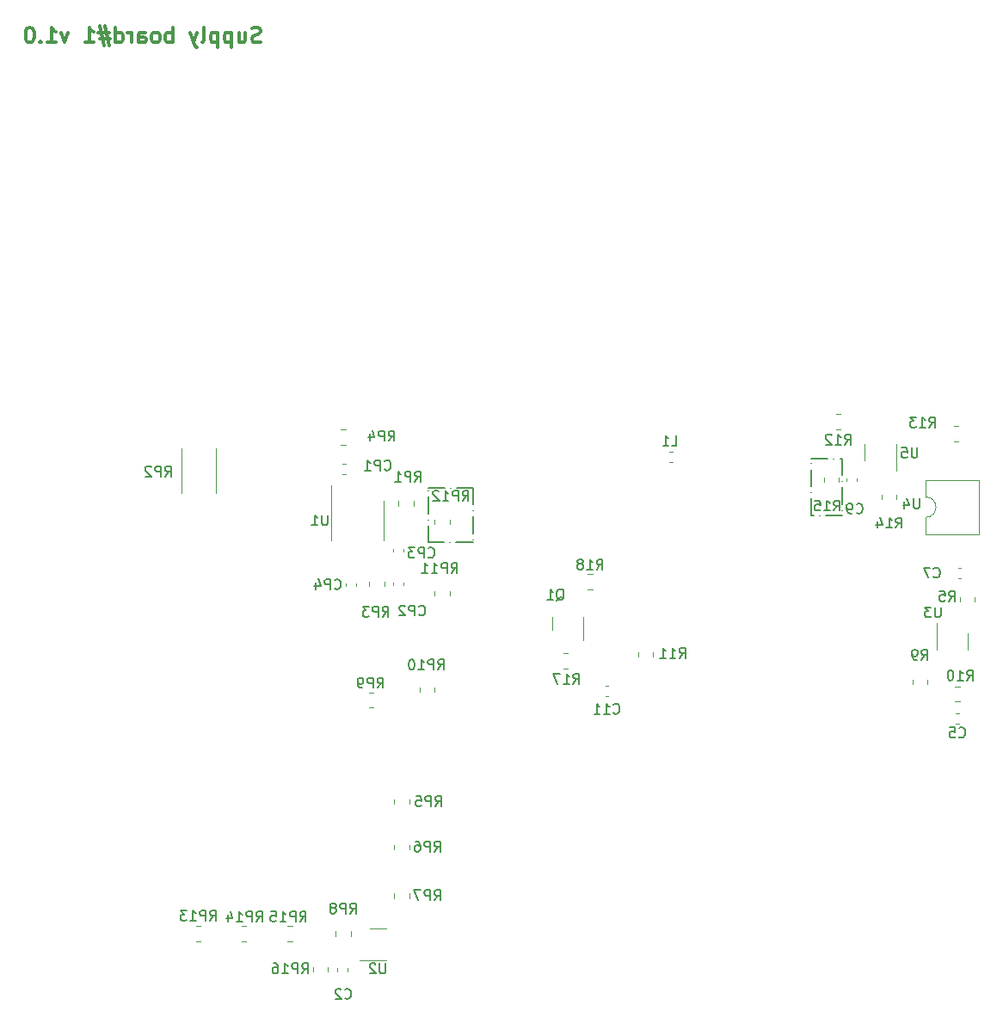
<source format=gbr>
%TF.GenerationSoftware,KiCad,Pcbnew,7.0.7-7.0.7~ubuntu22.04.1*%
%TF.CreationDate,2023-08-15T15:59:31+03:00*%
%TF.ProjectId,supply-uv,73757070-6c79-42d7-9576-2e6b69636164,rev?*%
%TF.SameCoordinates,Original*%
%TF.FileFunction,Legend,Bot*%
%TF.FilePolarity,Positive*%
%FSLAX46Y46*%
G04 Gerber Fmt 4.6, Leading zero omitted, Abs format (unit mm)*
G04 Created by KiCad (PCBNEW 7.0.7-7.0.7~ubuntu22.04.1) date 2023-08-15 15:59:31*
%MOMM*%
%LPD*%
G01*
G04 APERTURE LIST*
%ADD10C,0.150000*%
%ADD11C,0.300000*%
%ADD12C,0.120000*%
G04 APERTURE END LIST*
D10*
X139300000Y-93800000D02*
X140950000Y-93800000D01*
X141550000Y-93800000D02*
X141550000Y-93800000D01*
X142150000Y-93800000D02*
X142400000Y-93800000D01*
X142400000Y-93800000D02*
X142400000Y-95450000D01*
X142400000Y-96050000D02*
X142400000Y-96050000D01*
X142400000Y-96650000D02*
X142400000Y-98300000D01*
X142400000Y-98900000D02*
X142400000Y-98900000D01*
X142400000Y-99400000D02*
X140750000Y-99400000D01*
X140150000Y-99400000D02*
X140150000Y-99400000D01*
X139550000Y-99400000D02*
X139300000Y-99400000D01*
X139300000Y-99400000D02*
X139300000Y-97750000D01*
X139300000Y-97150000D02*
X139300000Y-97150000D01*
X139300000Y-96550000D02*
X139300000Y-94900000D01*
X139300000Y-94300000D02*
X139300000Y-94300000D01*
X101600000Y-96687500D02*
X103250000Y-96687500D01*
X103850000Y-96687500D02*
X103850000Y-96687500D01*
X104450000Y-96687500D02*
X106000000Y-96687500D01*
X106000000Y-96687500D02*
X106000000Y-98337500D01*
X106000000Y-98937500D02*
X106000000Y-98937500D01*
X106000000Y-99537500D02*
X106000000Y-101187500D01*
X106000000Y-101787500D02*
X106000000Y-101787500D01*
X106000000Y-102087500D02*
X104350000Y-102087500D01*
X103750000Y-102087500D02*
X103750000Y-102087500D01*
X103150000Y-102087500D02*
X101600000Y-102087500D01*
X101600000Y-102087500D02*
X101600000Y-100437500D01*
X101600000Y-99837500D02*
X101600000Y-99837500D01*
X101600000Y-99237500D02*
X101600000Y-97587500D01*
X101600000Y-96987500D02*
X101600000Y-96987500D01*
D11*
X85116917Y-52829400D02*
X84902632Y-52900828D01*
X84902632Y-52900828D02*
X84545489Y-52900828D01*
X84545489Y-52900828D02*
X84402632Y-52829400D01*
X84402632Y-52829400D02*
X84331203Y-52757971D01*
X84331203Y-52757971D02*
X84259774Y-52615114D01*
X84259774Y-52615114D02*
X84259774Y-52472257D01*
X84259774Y-52472257D02*
X84331203Y-52329400D01*
X84331203Y-52329400D02*
X84402632Y-52257971D01*
X84402632Y-52257971D02*
X84545489Y-52186542D01*
X84545489Y-52186542D02*
X84831203Y-52115114D01*
X84831203Y-52115114D02*
X84974060Y-52043685D01*
X84974060Y-52043685D02*
X85045489Y-51972257D01*
X85045489Y-51972257D02*
X85116917Y-51829400D01*
X85116917Y-51829400D02*
X85116917Y-51686542D01*
X85116917Y-51686542D02*
X85045489Y-51543685D01*
X85045489Y-51543685D02*
X84974060Y-51472257D01*
X84974060Y-51472257D02*
X84831203Y-51400828D01*
X84831203Y-51400828D02*
X84474060Y-51400828D01*
X84474060Y-51400828D02*
X84259774Y-51472257D01*
X82974061Y-51900828D02*
X82974061Y-52900828D01*
X83616918Y-51900828D02*
X83616918Y-52686542D01*
X83616918Y-52686542D02*
X83545489Y-52829400D01*
X83545489Y-52829400D02*
X83402632Y-52900828D01*
X83402632Y-52900828D02*
X83188346Y-52900828D01*
X83188346Y-52900828D02*
X83045489Y-52829400D01*
X83045489Y-52829400D02*
X82974061Y-52757971D01*
X82259775Y-51900828D02*
X82259775Y-53400828D01*
X82259775Y-51972257D02*
X82116918Y-51900828D01*
X82116918Y-51900828D02*
X81831203Y-51900828D01*
X81831203Y-51900828D02*
X81688346Y-51972257D01*
X81688346Y-51972257D02*
X81616918Y-52043685D01*
X81616918Y-52043685D02*
X81545489Y-52186542D01*
X81545489Y-52186542D02*
X81545489Y-52615114D01*
X81545489Y-52615114D02*
X81616918Y-52757971D01*
X81616918Y-52757971D02*
X81688346Y-52829400D01*
X81688346Y-52829400D02*
X81831203Y-52900828D01*
X81831203Y-52900828D02*
X82116918Y-52900828D01*
X82116918Y-52900828D02*
X82259775Y-52829400D01*
X80902632Y-51900828D02*
X80902632Y-53400828D01*
X80902632Y-51972257D02*
X80759775Y-51900828D01*
X80759775Y-51900828D02*
X80474060Y-51900828D01*
X80474060Y-51900828D02*
X80331203Y-51972257D01*
X80331203Y-51972257D02*
X80259775Y-52043685D01*
X80259775Y-52043685D02*
X80188346Y-52186542D01*
X80188346Y-52186542D02*
X80188346Y-52615114D01*
X80188346Y-52615114D02*
X80259775Y-52757971D01*
X80259775Y-52757971D02*
X80331203Y-52829400D01*
X80331203Y-52829400D02*
X80474060Y-52900828D01*
X80474060Y-52900828D02*
X80759775Y-52900828D01*
X80759775Y-52900828D02*
X80902632Y-52829400D01*
X79331203Y-52900828D02*
X79474060Y-52829400D01*
X79474060Y-52829400D02*
X79545489Y-52686542D01*
X79545489Y-52686542D02*
X79545489Y-51400828D01*
X78902632Y-51900828D02*
X78545489Y-52900828D01*
X78188346Y-51900828D02*
X78545489Y-52900828D01*
X78545489Y-52900828D02*
X78688346Y-53257971D01*
X78688346Y-53257971D02*
X78759775Y-53329400D01*
X78759775Y-53329400D02*
X78902632Y-53400828D01*
X76474061Y-52900828D02*
X76474061Y-51400828D01*
X76474061Y-51972257D02*
X76331204Y-51900828D01*
X76331204Y-51900828D02*
X76045489Y-51900828D01*
X76045489Y-51900828D02*
X75902632Y-51972257D01*
X75902632Y-51972257D02*
X75831204Y-52043685D01*
X75831204Y-52043685D02*
X75759775Y-52186542D01*
X75759775Y-52186542D02*
X75759775Y-52615114D01*
X75759775Y-52615114D02*
X75831204Y-52757971D01*
X75831204Y-52757971D02*
X75902632Y-52829400D01*
X75902632Y-52829400D02*
X76045489Y-52900828D01*
X76045489Y-52900828D02*
X76331204Y-52900828D01*
X76331204Y-52900828D02*
X76474061Y-52829400D01*
X74902632Y-52900828D02*
X75045489Y-52829400D01*
X75045489Y-52829400D02*
X75116918Y-52757971D01*
X75116918Y-52757971D02*
X75188346Y-52615114D01*
X75188346Y-52615114D02*
X75188346Y-52186542D01*
X75188346Y-52186542D02*
X75116918Y-52043685D01*
X75116918Y-52043685D02*
X75045489Y-51972257D01*
X75045489Y-51972257D02*
X74902632Y-51900828D01*
X74902632Y-51900828D02*
X74688346Y-51900828D01*
X74688346Y-51900828D02*
X74545489Y-51972257D01*
X74545489Y-51972257D02*
X74474061Y-52043685D01*
X74474061Y-52043685D02*
X74402632Y-52186542D01*
X74402632Y-52186542D02*
X74402632Y-52615114D01*
X74402632Y-52615114D02*
X74474061Y-52757971D01*
X74474061Y-52757971D02*
X74545489Y-52829400D01*
X74545489Y-52829400D02*
X74688346Y-52900828D01*
X74688346Y-52900828D02*
X74902632Y-52900828D01*
X73116918Y-52900828D02*
X73116918Y-52115114D01*
X73116918Y-52115114D02*
X73188346Y-51972257D01*
X73188346Y-51972257D02*
X73331203Y-51900828D01*
X73331203Y-51900828D02*
X73616918Y-51900828D01*
X73616918Y-51900828D02*
X73759775Y-51972257D01*
X73116918Y-52829400D02*
X73259775Y-52900828D01*
X73259775Y-52900828D02*
X73616918Y-52900828D01*
X73616918Y-52900828D02*
X73759775Y-52829400D01*
X73759775Y-52829400D02*
X73831203Y-52686542D01*
X73831203Y-52686542D02*
X73831203Y-52543685D01*
X73831203Y-52543685D02*
X73759775Y-52400828D01*
X73759775Y-52400828D02*
X73616918Y-52329400D01*
X73616918Y-52329400D02*
X73259775Y-52329400D01*
X73259775Y-52329400D02*
X73116918Y-52257971D01*
X72402632Y-52900828D02*
X72402632Y-51900828D01*
X72402632Y-52186542D02*
X72331203Y-52043685D01*
X72331203Y-52043685D02*
X72259775Y-51972257D01*
X72259775Y-51972257D02*
X72116917Y-51900828D01*
X72116917Y-51900828D02*
X71974060Y-51900828D01*
X70831204Y-52900828D02*
X70831204Y-51400828D01*
X70831204Y-52829400D02*
X70974061Y-52900828D01*
X70974061Y-52900828D02*
X71259775Y-52900828D01*
X71259775Y-52900828D02*
X71402632Y-52829400D01*
X71402632Y-52829400D02*
X71474061Y-52757971D01*
X71474061Y-52757971D02*
X71545489Y-52615114D01*
X71545489Y-52615114D02*
X71545489Y-52186542D01*
X71545489Y-52186542D02*
X71474061Y-52043685D01*
X71474061Y-52043685D02*
X71402632Y-51972257D01*
X71402632Y-51972257D02*
X71259775Y-51900828D01*
X71259775Y-51900828D02*
X70974061Y-51900828D01*
X70974061Y-51900828D02*
X70831204Y-51972257D01*
X70188346Y-51900828D02*
X69116918Y-51900828D01*
X69759775Y-51257971D02*
X70188346Y-53186542D01*
X69259775Y-52543685D02*
X70331203Y-52543685D01*
X69688346Y-53186542D02*
X69259775Y-51257971D01*
X67831203Y-52900828D02*
X68688346Y-52900828D01*
X68259775Y-52900828D02*
X68259775Y-51400828D01*
X68259775Y-51400828D02*
X68402632Y-51615114D01*
X68402632Y-51615114D02*
X68545489Y-51757971D01*
X68545489Y-51757971D02*
X68688346Y-51829400D01*
X66188347Y-51900828D02*
X65831204Y-52900828D01*
X65831204Y-52900828D02*
X65474061Y-51900828D01*
X64116918Y-52900828D02*
X64974061Y-52900828D01*
X64545490Y-52900828D02*
X64545490Y-51400828D01*
X64545490Y-51400828D02*
X64688347Y-51615114D01*
X64688347Y-51615114D02*
X64831204Y-51757971D01*
X64831204Y-51757971D02*
X64974061Y-51829400D01*
X63474062Y-52757971D02*
X63402633Y-52829400D01*
X63402633Y-52829400D02*
X63474062Y-52900828D01*
X63474062Y-52900828D02*
X63545490Y-52829400D01*
X63545490Y-52829400D02*
X63474062Y-52757971D01*
X63474062Y-52757971D02*
X63474062Y-52900828D01*
X62474061Y-51400828D02*
X62331204Y-51400828D01*
X62331204Y-51400828D02*
X62188347Y-51472257D01*
X62188347Y-51472257D02*
X62116919Y-51543685D01*
X62116919Y-51543685D02*
X62045490Y-51686542D01*
X62045490Y-51686542D02*
X61974061Y-51972257D01*
X61974061Y-51972257D02*
X61974061Y-52329400D01*
X61974061Y-52329400D02*
X62045490Y-52615114D01*
X62045490Y-52615114D02*
X62116919Y-52757971D01*
X62116919Y-52757971D02*
X62188347Y-52829400D01*
X62188347Y-52829400D02*
X62331204Y-52900828D01*
X62331204Y-52900828D02*
X62474061Y-52900828D01*
X62474061Y-52900828D02*
X62616919Y-52829400D01*
X62616919Y-52829400D02*
X62688347Y-52757971D01*
X62688347Y-52757971D02*
X62759776Y-52615114D01*
X62759776Y-52615114D02*
X62831204Y-52329400D01*
X62831204Y-52329400D02*
X62831204Y-51972257D01*
X62831204Y-51972257D02*
X62759776Y-51686542D01*
X62759776Y-51686542D02*
X62688347Y-51543685D01*
X62688347Y-51543685D02*
X62616919Y-51472257D01*
X62616919Y-51472257D02*
X62474061Y-51400828D01*
D10*
X92416666Y-106597080D02*
X92464285Y-106644700D01*
X92464285Y-106644700D02*
X92607142Y-106692319D01*
X92607142Y-106692319D02*
X92702380Y-106692319D01*
X92702380Y-106692319D02*
X92845237Y-106644700D01*
X92845237Y-106644700D02*
X92940475Y-106549461D01*
X92940475Y-106549461D02*
X92988094Y-106454223D01*
X92988094Y-106454223D02*
X93035713Y-106263747D01*
X93035713Y-106263747D02*
X93035713Y-106120890D01*
X93035713Y-106120890D02*
X92988094Y-105930414D01*
X92988094Y-105930414D02*
X92940475Y-105835176D01*
X92940475Y-105835176D02*
X92845237Y-105739938D01*
X92845237Y-105739938D02*
X92702380Y-105692319D01*
X92702380Y-105692319D02*
X92607142Y-105692319D01*
X92607142Y-105692319D02*
X92464285Y-105739938D01*
X92464285Y-105739938D02*
X92416666Y-105787557D01*
X91988094Y-106692319D02*
X91988094Y-105692319D01*
X91988094Y-105692319D02*
X91607142Y-105692319D01*
X91607142Y-105692319D02*
X91511904Y-105739938D01*
X91511904Y-105739938D02*
X91464285Y-105787557D01*
X91464285Y-105787557D02*
X91416666Y-105882795D01*
X91416666Y-105882795D02*
X91416666Y-106025652D01*
X91416666Y-106025652D02*
X91464285Y-106120890D01*
X91464285Y-106120890D02*
X91511904Y-106168509D01*
X91511904Y-106168509D02*
X91607142Y-106216128D01*
X91607142Y-106216128D02*
X91988094Y-106216128D01*
X90559523Y-106025652D02*
X90559523Y-106692319D01*
X90797618Y-105644700D02*
X91035713Y-106358985D01*
X91035713Y-106358985D02*
X90416666Y-106358985D01*
X84692857Y-139392319D02*
X85026190Y-138916128D01*
X85264285Y-139392319D02*
X85264285Y-138392319D01*
X85264285Y-138392319D02*
X84883333Y-138392319D01*
X84883333Y-138392319D02*
X84788095Y-138439938D01*
X84788095Y-138439938D02*
X84740476Y-138487557D01*
X84740476Y-138487557D02*
X84692857Y-138582795D01*
X84692857Y-138582795D02*
X84692857Y-138725652D01*
X84692857Y-138725652D02*
X84740476Y-138820890D01*
X84740476Y-138820890D02*
X84788095Y-138868509D01*
X84788095Y-138868509D02*
X84883333Y-138916128D01*
X84883333Y-138916128D02*
X85264285Y-138916128D01*
X84264285Y-139392319D02*
X84264285Y-138392319D01*
X84264285Y-138392319D02*
X83883333Y-138392319D01*
X83883333Y-138392319D02*
X83788095Y-138439938D01*
X83788095Y-138439938D02*
X83740476Y-138487557D01*
X83740476Y-138487557D02*
X83692857Y-138582795D01*
X83692857Y-138582795D02*
X83692857Y-138725652D01*
X83692857Y-138725652D02*
X83740476Y-138820890D01*
X83740476Y-138820890D02*
X83788095Y-138868509D01*
X83788095Y-138868509D02*
X83883333Y-138916128D01*
X83883333Y-138916128D02*
X84264285Y-138916128D01*
X82740476Y-139392319D02*
X83311904Y-139392319D01*
X83026190Y-139392319D02*
X83026190Y-138392319D01*
X83026190Y-138392319D02*
X83121428Y-138535176D01*
X83121428Y-138535176D02*
X83216666Y-138630414D01*
X83216666Y-138630414D02*
X83311904Y-138678033D01*
X81883333Y-138725652D02*
X81883333Y-139392319D01*
X82121428Y-138344700D02*
X82359523Y-139058985D01*
X82359523Y-139058985D02*
X81740476Y-139058985D01*
X118192857Y-104742319D02*
X118526190Y-104266128D01*
X118764285Y-104742319D02*
X118764285Y-103742319D01*
X118764285Y-103742319D02*
X118383333Y-103742319D01*
X118383333Y-103742319D02*
X118288095Y-103789938D01*
X118288095Y-103789938D02*
X118240476Y-103837557D01*
X118240476Y-103837557D02*
X118192857Y-103932795D01*
X118192857Y-103932795D02*
X118192857Y-104075652D01*
X118192857Y-104075652D02*
X118240476Y-104170890D01*
X118240476Y-104170890D02*
X118288095Y-104218509D01*
X118288095Y-104218509D02*
X118383333Y-104266128D01*
X118383333Y-104266128D02*
X118764285Y-104266128D01*
X117240476Y-104742319D02*
X117811904Y-104742319D01*
X117526190Y-104742319D02*
X117526190Y-103742319D01*
X117526190Y-103742319D02*
X117621428Y-103885176D01*
X117621428Y-103885176D02*
X117716666Y-103980414D01*
X117716666Y-103980414D02*
X117811904Y-104028033D01*
X116669047Y-104170890D02*
X116764285Y-104123271D01*
X116764285Y-104123271D02*
X116811904Y-104075652D01*
X116811904Y-104075652D02*
X116859523Y-103980414D01*
X116859523Y-103980414D02*
X116859523Y-103932795D01*
X116859523Y-103932795D02*
X116811904Y-103837557D01*
X116811904Y-103837557D02*
X116764285Y-103789938D01*
X116764285Y-103789938D02*
X116669047Y-103742319D01*
X116669047Y-103742319D02*
X116478571Y-103742319D01*
X116478571Y-103742319D02*
X116383333Y-103789938D01*
X116383333Y-103789938D02*
X116335714Y-103837557D01*
X116335714Y-103837557D02*
X116288095Y-103932795D01*
X116288095Y-103932795D02*
X116288095Y-103980414D01*
X116288095Y-103980414D02*
X116335714Y-104075652D01*
X116335714Y-104075652D02*
X116383333Y-104123271D01*
X116383333Y-104123271D02*
X116478571Y-104170890D01*
X116478571Y-104170890D02*
X116669047Y-104170890D01*
X116669047Y-104170890D02*
X116764285Y-104218509D01*
X116764285Y-104218509D02*
X116811904Y-104266128D01*
X116811904Y-104266128D02*
X116859523Y-104361366D01*
X116859523Y-104361366D02*
X116859523Y-104551842D01*
X116859523Y-104551842D02*
X116811904Y-104647080D01*
X116811904Y-104647080D02*
X116764285Y-104694700D01*
X116764285Y-104694700D02*
X116669047Y-104742319D01*
X116669047Y-104742319D02*
X116478571Y-104742319D01*
X116478571Y-104742319D02*
X116383333Y-104694700D01*
X116383333Y-104694700D02*
X116335714Y-104647080D01*
X116335714Y-104647080D02*
X116288095Y-104551842D01*
X116288095Y-104551842D02*
X116288095Y-104361366D01*
X116288095Y-104361366D02*
X116335714Y-104266128D01*
X116335714Y-104266128D02*
X116383333Y-104218509D01*
X116383333Y-104218509D02*
X116478571Y-104170890D01*
X103892857Y-105092319D02*
X104226190Y-104616128D01*
X104464285Y-105092319D02*
X104464285Y-104092319D01*
X104464285Y-104092319D02*
X104083333Y-104092319D01*
X104083333Y-104092319D02*
X103988095Y-104139938D01*
X103988095Y-104139938D02*
X103940476Y-104187557D01*
X103940476Y-104187557D02*
X103892857Y-104282795D01*
X103892857Y-104282795D02*
X103892857Y-104425652D01*
X103892857Y-104425652D02*
X103940476Y-104520890D01*
X103940476Y-104520890D02*
X103988095Y-104568509D01*
X103988095Y-104568509D02*
X104083333Y-104616128D01*
X104083333Y-104616128D02*
X104464285Y-104616128D01*
X103464285Y-105092319D02*
X103464285Y-104092319D01*
X103464285Y-104092319D02*
X103083333Y-104092319D01*
X103083333Y-104092319D02*
X102988095Y-104139938D01*
X102988095Y-104139938D02*
X102940476Y-104187557D01*
X102940476Y-104187557D02*
X102892857Y-104282795D01*
X102892857Y-104282795D02*
X102892857Y-104425652D01*
X102892857Y-104425652D02*
X102940476Y-104520890D01*
X102940476Y-104520890D02*
X102988095Y-104568509D01*
X102988095Y-104568509D02*
X103083333Y-104616128D01*
X103083333Y-104616128D02*
X103464285Y-104616128D01*
X101940476Y-105092319D02*
X102511904Y-105092319D01*
X102226190Y-105092319D02*
X102226190Y-104092319D01*
X102226190Y-104092319D02*
X102321428Y-104235176D01*
X102321428Y-104235176D02*
X102416666Y-104330414D01*
X102416666Y-104330414D02*
X102511904Y-104378033D01*
X100988095Y-105092319D02*
X101559523Y-105092319D01*
X101273809Y-105092319D02*
X101273809Y-104092319D01*
X101273809Y-104092319D02*
X101369047Y-104235176D01*
X101369047Y-104235176D02*
X101464285Y-104330414D01*
X101464285Y-104330414D02*
X101559523Y-104378033D01*
X97716666Y-92092319D02*
X98049999Y-91616128D01*
X98288094Y-92092319D02*
X98288094Y-91092319D01*
X98288094Y-91092319D02*
X97907142Y-91092319D01*
X97907142Y-91092319D02*
X97811904Y-91139938D01*
X97811904Y-91139938D02*
X97764285Y-91187557D01*
X97764285Y-91187557D02*
X97716666Y-91282795D01*
X97716666Y-91282795D02*
X97716666Y-91425652D01*
X97716666Y-91425652D02*
X97764285Y-91520890D01*
X97764285Y-91520890D02*
X97811904Y-91568509D01*
X97811904Y-91568509D02*
X97907142Y-91616128D01*
X97907142Y-91616128D02*
X98288094Y-91616128D01*
X97288094Y-92092319D02*
X97288094Y-91092319D01*
X97288094Y-91092319D02*
X96907142Y-91092319D01*
X96907142Y-91092319D02*
X96811904Y-91139938D01*
X96811904Y-91139938D02*
X96764285Y-91187557D01*
X96764285Y-91187557D02*
X96716666Y-91282795D01*
X96716666Y-91282795D02*
X96716666Y-91425652D01*
X96716666Y-91425652D02*
X96764285Y-91520890D01*
X96764285Y-91520890D02*
X96811904Y-91568509D01*
X96811904Y-91568509D02*
X96907142Y-91616128D01*
X96907142Y-91616128D02*
X97288094Y-91616128D01*
X95859523Y-91425652D02*
X95859523Y-92092319D01*
X96097618Y-91044700D02*
X96335713Y-91758985D01*
X96335713Y-91758985D02*
X95716666Y-91758985D01*
X149961904Y-97754819D02*
X149961904Y-98564342D01*
X149961904Y-98564342D02*
X149914285Y-98659580D01*
X149914285Y-98659580D02*
X149866666Y-98707200D01*
X149866666Y-98707200D02*
X149771428Y-98754819D01*
X149771428Y-98754819D02*
X149580952Y-98754819D01*
X149580952Y-98754819D02*
X149485714Y-98707200D01*
X149485714Y-98707200D02*
X149438095Y-98659580D01*
X149438095Y-98659580D02*
X149390476Y-98564342D01*
X149390476Y-98564342D02*
X149390476Y-97754819D01*
X148485714Y-98088152D02*
X148485714Y-98754819D01*
X148723809Y-97707200D02*
X148961904Y-98421485D01*
X148961904Y-98421485D02*
X148342857Y-98421485D01*
X152866666Y-107854819D02*
X153199999Y-107378628D01*
X153438094Y-107854819D02*
X153438094Y-106854819D01*
X153438094Y-106854819D02*
X153057142Y-106854819D01*
X153057142Y-106854819D02*
X152961904Y-106902438D01*
X152961904Y-106902438D02*
X152914285Y-106950057D01*
X152914285Y-106950057D02*
X152866666Y-107045295D01*
X152866666Y-107045295D02*
X152866666Y-107188152D01*
X152866666Y-107188152D02*
X152914285Y-107283390D01*
X152914285Y-107283390D02*
X152961904Y-107331009D01*
X152961904Y-107331009D02*
X153057142Y-107378628D01*
X153057142Y-107378628D02*
X153438094Y-107378628D01*
X151961904Y-106854819D02*
X152438094Y-106854819D01*
X152438094Y-106854819D02*
X152485713Y-107331009D01*
X152485713Y-107331009D02*
X152438094Y-107283390D01*
X152438094Y-107283390D02*
X152342856Y-107235771D01*
X152342856Y-107235771D02*
X152104761Y-107235771D01*
X152104761Y-107235771D02*
X152009523Y-107283390D01*
X152009523Y-107283390D02*
X151961904Y-107331009D01*
X151961904Y-107331009D02*
X151914285Y-107426247D01*
X151914285Y-107426247D02*
X151914285Y-107664342D01*
X151914285Y-107664342D02*
X151961904Y-107759580D01*
X151961904Y-107759580D02*
X152009523Y-107807200D01*
X152009523Y-107807200D02*
X152104761Y-107854819D01*
X152104761Y-107854819D02*
X152342856Y-107854819D01*
X152342856Y-107854819D02*
X152438094Y-107807200D01*
X152438094Y-107807200D02*
X152485713Y-107759580D01*
X115892857Y-115992319D02*
X116226190Y-115516128D01*
X116464285Y-115992319D02*
X116464285Y-114992319D01*
X116464285Y-114992319D02*
X116083333Y-114992319D01*
X116083333Y-114992319D02*
X115988095Y-115039938D01*
X115988095Y-115039938D02*
X115940476Y-115087557D01*
X115940476Y-115087557D02*
X115892857Y-115182795D01*
X115892857Y-115182795D02*
X115892857Y-115325652D01*
X115892857Y-115325652D02*
X115940476Y-115420890D01*
X115940476Y-115420890D02*
X115988095Y-115468509D01*
X115988095Y-115468509D02*
X116083333Y-115516128D01*
X116083333Y-115516128D02*
X116464285Y-115516128D01*
X114940476Y-115992319D02*
X115511904Y-115992319D01*
X115226190Y-115992319D02*
X115226190Y-114992319D01*
X115226190Y-114992319D02*
X115321428Y-115135176D01*
X115321428Y-115135176D02*
X115416666Y-115230414D01*
X115416666Y-115230414D02*
X115511904Y-115278033D01*
X114607142Y-114992319D02*
X113940476Y-114992319D01*
X113940476Y-114992319D02*
X114369047Y-115992319D01*
X141542857Y-98954819D02*
X141876190Y-98478628D01*
X142114285Y-98954819D02*
X142114285Y-97954819D01*
X142114285Y-97954819D02*
X141733333Y-97954819D01*
X141733333Y-97954819D02*
X141638095Y-98002438D01*
X141638095Y-98002438D02*
X141590476Y-98050057D01*
X141590476Y-98050057D02*
X141542857Y-98145295D01*
X141542857Y-98145295D02*
X141542857Y-98288152D01*
X141542857Y-98288152D02*
X141590476Y-98383390D01*
X141590476Y-98383390D02*
X141638095Y-98431009D01*
X141638095Y-98431009D02*
X141733333Y-98478628D01*
X141733333Y-98478628D02*
X142114285Y-98478628D01*
X140590476Y-98954819D02*
X141161904Y-98954819D01*
X140876190Y-98954819D02*
X140876190Y-97954819D01*
X140876190Y-97954819D02*
X140971428Y-98097676D01*
X140971428Y-98097676D02*
X141066666Y-98192914D01*
X141066666Y-98192914D02*
X141161904Y-98240533D01*
X139685714Y-97954819D02*
X140161904Y-97954819D01*
X140161904Y-97954819D02*
X140209523Y-98431009D01*
X140209523Y-98431009D02*
X140161904Y-98383390D01*
X140161904Y-98383390D02*
X140066666Y-98335771D01*
X140066666Y-98335771D02*
X139828571Y-98335771D01*
X139828571Y-98335771D02*
X139733333Y-98383390D01*
X139733333Y-98383390D02*
X139685714Y-98431009D01*
X139685714Y-98431009D02*
X139638095Y-98526247D01*
X139638095Y-98526247D02*
X139638095Y-98764342D01*
X139638095Y-98764342D02*
X139685714Y-98859580D01*
X139685714Y-98859580D02*
X139733333Y-98907200D01*
X139733333Y-98907200D02*
X139828571Y-98954819D01*
X139828571Y-98954819D02*
X140066666Y-98954819D01*
X140066666Y-98954819D02*
X140161904Y-98907200D01*
X140161904Y-98907200D02*
X140209523Y-98859580D01*
X150166666Y-113654819D02*
X150499999Y-113178628D01*
X150738094Y-113654819D02*
X150738094Y-112654819D01*
X150738094Y-112654819D02*
X150357142Y-112654819D01*
X150357142Y-112654819D02*
X150261904Y-112702438D01*
X150261904Y-112702438D02*
X150214285Y-112750057D01*
X150214285Y-112750057D02*
X150166666Y-112845295D01*
X150166666Y-112845295D02*
X150166666Y-112988152D01*
X150166666Y-112988152D02*
X150214285Y-113083390D01*
X150214285Y-113083390D02*
X150261904Y-113131009D01*
X150261904Y-113131009D02*
X150357142Y-113178628D01*
X150357142Y-113178628D02*
X150738094Y-113178628D01*
X149690475Y-113654819D02*
X149499999Y-113654819D01*
X149499999Y-113654819D02*
X149404761Y-113607200D01*
X149404761Y-113607200D02*
X149357142Y-113559580D01*
X149357142Y-113559580D02*
X149261904Y-113416723D01*
X149261904Y-113416723D02*
X149214285Y-113226247D01*
X149214285Y-113226247D02*
X149214285Y-112845295D01*
X149214285Y-112845295D02*
X149261904Y-112750057D01*
X149261904Y-112750057D02*
X149309523Y-112702438D01*
X149309523Y-112702438D02*
X149404761Y-112654819D01*
X149404761Y-112654819D02*
X149595237Y-112654819D01*
X149595237Y-112654819D02*
X149690475Y-112702438D01*
X149690475Y-112702438D02*
X149738094Y-112750057D01*
X149738094Y-112750057D02*
X149785713Y-112845295D01*
X149785713Y-112845295D02*
X149785713Y-113083390D01*
X149785713Y-113083390D02*
X149738094Y-113178628D01*
X149738094Y-113178628D02*
X149690475Y-113226247D01*
X149690475Y-113226247D02*
X149595237Y-113273866D01*
X149595237Y-113273866D02*
X149404761Y-113273866D01*
X149404761Y-113273866D02*
X149309523Y-113226247D01*
X149309523Y-113226247D02*
X149261904Y-113178628D01*
X149261904Y-113178628D02*
X149214285Y-113083390D01*
X147642857Y-100654819D02*
X147976190Y-100178628D01*
X148214285Y-100654819D02*
X148214285Y-99654819D01*
X148214285Y-99654819D02*
X147833333Y-99654819D01*
X147833333Y-99654819D02*
X147738095Y-99702438D01*
X147738095Y-99702438D02*
X147690476Y-99750057D01*
X147690476Y-99750057D02*
X147642857Y-99845295D01*
X147642857Y-99845295D02*
X147642857Y-99988152D01*
X147642857Y-99988152D02*
X147690476Y-100083390D01*
X147690476Y-100083390D02*
X147738095Y-100131009D01*
X147738095Y-100131009D02*
X147833333Y-100178628D01*
X147833333Y-100178628D02*
X148214285Y-100178628D01*
X146690476Y-100654819D02*
X147261904Y-100654819D01*
X146976190Y-100654819D02*
X146976190Y-99654819D01*
X146976190Y-99654819D02*
X147071428Y-99797676D01*
X147071428Y-99797676D02*
X147166666Y-99892914D01*
X147166666Y-99892914D02*
X147261904Y-99940533D01*
X145833333Y-99988152D02*
X145833333Y-100654819D01*
X146071428Y-99607200D02*
X146309523Y-100321485D01*
X146309523Y-100321485D02*
X145690476Y-100321485D01*
X100316666Y-96092319D02*
X100649999Y-95616128D01*
X100888094Y-96092319D02*
X100888094Y-95092319D01*
X100888094Y-95092319D02*
X100507142Y-95092319D01*
X100507142Y-95092319D02*
X100411904Y-95139938D01*
X100411904Y-95139938D02*
X100364285Y-95187557D01*
X100364285Y-95187557D02*
X100316666Y-95282795D01*
X100316666Y-95282795D02*
X100316666Y-95425652D01*
X100316666Y-95425652D02*
X100364285Y-95520890D01*
X100364285Y-95520890D02*
X100411904Y-95568509D01*
X100411904Y-95568509D02*
X100507142Y-95616128D01*
X100507142Y-95616128D02*
X100888094Y-95616128D01*
X99888094Y-96092319D02*
X99888094Y-95092319D01*
X99888094Y-95092319D02*
X99507142Y-95092319D01*
X99507142Y-95092319D02*
X99411904Y-95139938D01*
X99411904Y-95139938D02*
X99364285Y-95187557D01*
X99364285Y-95187557D02*
X99316666Y-95282795D01*
X99316666Y-95282795D02*
X99316666Y-95425652D01*
X99316666Y-95425652D02*
X99364285Y-95520890D01*
X99364285Y-95520890D02*
X99411904Y-95568509D01*
X99411904Y-95568509D02*
X99507142Y-95616128D01*
X99507142Y-95616128D02*
X99888094Y-95616128D01*
X98364285Y-96092319D02*
X98935713Y-96092319D01*
X98649999Y-96092319D02*
X98649999Y-95092319D01*
X98649999Y-95092319D02*
X98745237Y-95235176D01*
X98745237Y-95235176D02*
X98840475Y-95330414D01*
X98840475Y-95330414D02*
X98935713Y-95378033D01*
X93916666Y-138592319D02*
X94249999Y-138116128D01*
X94488094Y-138592319D02*
X94488094Y-137592319D01*
X94488094Y-137592319D02*
X94107142Y-137592319D01*
X94107142Y-137592319D02*
X94011904Y-137639938D01*
X94011904Y-137639938D02*
X93964285Y-137687557D01*
X93964285Y-137687557D02*
X93916666Y-137782795D01*
X93916666Y-137782795D02*
X93916666Y-137925652D01*
X93916666Y-137925652D02*
X93964285Y-138020890D01*
X93964285Y-138020890D02*
X94011904Y-138068509D01*
X94011904Y-138068509D02*
X94107142Y-138116128D01*
X94107142Y-138116128D02*
X94488094Y-138116128D01*
X93488094Y-138592319D02*
X93488094Y-137592319D01*
X93488094Y-137592319D02*
X93107142Y-137592319D01*
X93107142Y-137592319D02*
X93011904Y-137639938D01*
X93011904Y-137639938D02*
X92964285Y-137687557D01*
X92964285Y-137687557D02*
X92916666Y-137782795D01*
X92916666Y-137782795D02*
X92916666Y-137925652D01*
X92916666Y-137925652D02*
X92964285Y-138020890D01*
X92964285Y-138020890D02*
X93011904Y-138068509D01*
X93011904Y-138068509D02*
X93107142Y-138116128D01*
X93107142Y-138116128D02*
X93488094Y-138116128D01*
X92345237Y-138020890D02*
X92440475Y-137973271D01*
X92440475Y-137973271D02*
X92488094Y-137925652D01*
X92488094Y-137925652D02*
X92535713Y-137830414D01*
X92535713Y-137830414D02*
X92535713Y-137782795D01*
X92535713Y-137782795D02*
X92488094Y-137687557D01*
X92488094Y-137687557D02*
X92440475Y-137639938D01*
X92440475Y-137639938D02*
X92345237Y-137592319D01*
X92345237Y-137592319D02*
X92154761Y-137592319D01*
X92154761Y-137592319D02*
X92059523Y-137639938D01*
X92059523Y-137639938D02*
X92011904Y-137687557D01*
X92011904Y-137687557D02*
X91964285Y-137782795D01*
X91964285Y-137782795D02*
X91964285Y-137830414D01*
X91964285Y-137830414D02*
X92011904Y-137925652D01*
X92011904Y-137925652D02*
X92059523Y-137973271D01*
X92059523Y-137973271D02*
X92154761Y-138020890D01*
X92154761Y-138020890D02*
X92345237Y-138020890D01*
X92345237Y-138020890D02*
X92440475Y-138068509D01*
X92440475Y-138068509D02*
X92488094Y-138116128D01*
X92488094Y-138116128D02*
X92535713Y-138211366D01*
X92535713Y-138211366D02*
X92535713Y-138401842D01*
X92535713Y-138401842D02*
X92488094Y-138497080D01*
X92488094Y-138497080D02*
X92440475Y-138544700D01*
X92440475Y-138544700D02*
X92345237Y-138592319D01*
X92345237Y-138592319D02*
X92154761Y-138592319D01*
X92154761Y-138592319D02*
X92059523Y-138544700D01*
X92059523Y-138544700D02*
X92011904Y-138497080D01*
X92011904Y-138497080D02*
X91964285Y-138401842D01*
X91964285Y-138401842D02*
X91964285Y-138211366D01*
X91964285Y-138211366D02*
X92011904Y-138116128D01*
X92011904Y-138116128D02*
X92059523Y-138068509D01*
X92059523Y-138068509D02*
X92154761Y-138020890D01*
X96616666Y-116392319D02*
X96949999Y-115916128D01*
X97188094Y-116392319D02*
X97188094Y-115392319D01*
X97188094Y-115392319D02*
X96807142Y-115392319D01*
X96807142Y-115392319D02*
X96711904Y-115439938D01*
X96711904Y-115439938D02*
X96664285Y-115487557D01*
X96664285Y-115487557D02*
X96616666Y-115582795D01*
X96616666Y-115582795D02*
X96616666Y-115725652D01*
X96616666Y-115725652D02*
X96664285Y-115820890D01*
X96664285Y-115820890D02*
X96711904Y-115868509D01*
X96711904Y-115868509D02*
X96807142Y-115916128D01*
X96807142Y-115916128D02*
X97188094Y-115916128D01*
X96188094Y-116392319D02*
X96188094Y-115392319D01*
X96188094Y-115392319D02*
X95807142Y-115392319D01*
X95807142Y-115392319D02*
X95711904Y-115439938D01*
X95711904Y-115439938D02*
X95664285Y-115487557D01*
X95664285Y-115487557D02*
X95616666Y-115582795D01*
X95616666Y-115582795D02*
X95616666Y-115725652D01*
X95616666Y-115725652D02*
X95664285Y-115820890D01*
X95664285Y-115820890D02*
X95711904Y-115868509D01*
X95711904Y-115868509D02*
X95807142Y-115916128D01*
X95807142Y-115916128D02*
X96188094Y-115916128D01*
X95140475Y-116392319D02*
X94949999Y-116392319D01*
X94949999Y-116392319D02*
X94854761Y-116344700D01*
X94854761Y-116344700D02*
X94807142Y-116297080D01*
X94807142Y-116297080D02*
X94711904Y-116154223D01*
X94711904Y-116154223D02*
X94664285Y-115963747D01*
X94664285Y-115963747D02*
X94664285Y-115582795D01*
X94664285Y-115582795D02*
X94711904Y-115487557D01*
X94711904Y-115487557D02*
X94759523Y-115439938D01*
X94759523Y-115439938D02*
X94854761Y-115392319D01*
X94854761Y-115392319D02*
X95045237Y-115392319D01*
X95045237Y-115392319D02*
X95140475Y-115439938D01*
X95140475Y-115439938D02*
X95188094Y-115487557D01*
X95188094Y-115487557D02*
X95235713Y-115582795D01*
X95235713Y-115582795D02*
X95235713Y-115820890D01*
X95235713Y-115820890D02*
X95188094Y-115916128D01*
X95188094Y-115916128D02*
X95140475Y-115963747D01*
X95140475Y-115963747D02*
X95045237Y-116011366D01*
X95045237Y-116011366D02*
X94854761Y-116011366D01*
X94854761Y-116011366D02*
X94759523Y-115963747D01*
X94759523Y-115963747D02*
X94711904Y-115916128D01*
X94711904Y-115916128D02*
X94664285Y-115820890D01*
X102316666Y-128042319D02*
X102649999Y-127566128D01*
X102888094Y-128042319D02*
X102888094Y-127042319D01*
X102888094Y-127042319D02*
X102507142Y-127042319D01*
X102507142Y-127042319D02*
X102411904Y-127089938D01*
X102411904Y-127089938D02*
X102364285Y-127137557D01*
X102364285Y-127137557D02*
X102316666Y-127232795D01*
X102316666Y-127232795D02*
X102316666Y-127375652D01*
X102316666Y-127375652D02*
X102364285Y-127470890D01*
X102364285Y-127470890D02*
X102411904Y-127518509D01*
X102411904Y-127518509D02*
X102507142Y-127566128D01*
X102507142Y-127566128D02*
X102888094Y-127566128D01*
X101888094Y-128042319D02*
X101888094Y-127042319D01*
X101888094Y-127042319D02*
X101507142Y-127042319D01*
X101507142Y-127042319D02*
X101411904Y-127089938D01*
X101411904Y-127089938D02*
X101364285Y-127137557D01*
X101364285Y-127137557D02*
X101316666Y-127232795D01*
X101316666Y-127232795D02*
X101316666Y-127375652D01*
X101316666Y-127375652D02*
X101364285Y-127470890D01*
X101364285Y-127470890D02*
X101411904Y-127518509D01*
X101411904Y-127518509D02*
X101507142Y-127566128D01*
X101507142Y-127566128D02*
X101888094Y-127566128D01*
X100411904Y-127042319D02*
X100888094Y-127042319D01*
X100888094Y-127042319D02*
X100935713Y-127518509D01*
X100935713Y-127518509D02*
X100888094Y-127470890D01*
X100888094Y-127470890D02*
X100792856Y-127423271D01*
X100792856Y-127423271D02*
X100554761Y-127423271D01*
X100554761Y-127423271D02*
X100459523Y-127470890D01*
X100459523Y-127470890D02*
X100411904Y-127518509D01*
X100411904Y-127518509D02*
X100364285Y-127613747D01*
X100364285Y-127613747D02*
X100364285Y-127851842D01*
X100364285Y-127851842D02*
X100411904Y-127947080D01*
X100411904Y-127947080D02*
X100459523Y-127994700D01*
X100459523Y-127994700D02*
X100554761Y-128042319D01*
X100554761Y-128042319D02*
X100792856Y-128042319D01*
X100792856Y-128042319D02*
X100888094Y-127994700D01*
X100888094Y-127994700D02*
X100935713Y-127947080D01*
X91711904Y-99392319D02*
X91711904Y-100201842D01*
X91711904Y-100201842D02*
X91664285Y-100297080D01*
X91664285Y-100297080D02*
X91616666Y-100344700D01*
X91616666Y-100344700D02*
X91521428Y-100392319D01*
X91521428Y-100392319D02*
X91330952Y-100392319D01*
X91330952Y-100392319D02*
X91235714Y-100344700D01*
X91235714Y-100344700D02*
X91188095Y-100297080D01*
X91188095Y-100297080D02*
X91140476Y-100201842D01*
X91140476Y-100201842D02*
X91140476Y-99392319D01*
X90140476Y-100392319D02*
X90711904Y-100392319D01*
X90426190Y-100392319D02*
X90426190Y-99392319D01*
X90426190Y-99392319D02*
X90521428Y-99535176D01*
X90521428Y-99535176D02*
X90616666Y-99630414D01*
X90616666Y-99630414D02*
X90711904Y-99678033D01*
X119842857Y-118859580D02*
X119890476Y-118907200D01*
X119890476Y-118907200D02*
X120033333Y-118954819D01*
X120033333Y-118954819D02*
X120128571Y-118954819D01*
X120128571Y-118954819D02*
X120271428Y-118907200D01*
X120271428Y-118907200D02*
X120366666Y-118811961D01*
X120366666Y-118811961D02*
X120414285Y-118716723D01*
X120414285Y-118716723D02*
X120461904Y-118526247D01*
X120461904Y-118526247D02*
X120461904Y-118383390D01*
X120461904Y-118383390D02*
X120414285Y-118192914D01*
X120414285Y-118192914D02*
X120366666Y-118097676D01*
X120366666Y-118097676D02*
X120271428Y-118002438D01*
X120271428Y-118002438D02*
X120128571Y-117954819D01*
X120128571Y-117954819D02*
X120033333Y-117954819D01*
X120033333Y-117954819D02*
X119890476Y-118002438D01*
X119890476Y-118002438D02*
X119842857Y-118050057D01*
X118890476Y-118954819D02*
X119461904Y-118954819D01*
X119176190Y-118954819D02*
X119176190Y-117954819D01*
X119176190Y-117954819D02*
X119271428Y-118097676D01*
X119271428Y-118097676D02*
X119366666Y-118192914D01*
X119366666Y-118192914D02*
X119461904Y-118240533D01*
X117938095Y-118954819D02*
X118509523Y-118954819D01*
X118223809Y-118954819D02*
X118223809Y-117954819D01*
X118223809Y-117954819D02*
X118319047Y-118097676D01*
X118319047Y-118097676D02*
X118414285Y-118192914D01*
X118414285Y-118192914D02*
X118509523Y-118240533D01*
X150942857Y-90754819D02*
X151276190Y-90278628D01*
X151514285Y-90754819D02*
X151514285Y-89754819D01*
X151514285Y-89754819D02*
X151133333Y-89754819D01*
X151133333Y-89754819D02*
X151038095Y-89802438D01*
X151038095Y-89802438D02*
X150990476Y-89850057D01*
X150990476Y-89850057D02*
X150942857Y-89945295D01*
X150942857Y-89945295D02*
X150942857Y-90088152D01*
X150942857Y-90088152D02*
X150990476Y-90183390D01*
X150990476Y-90183390D02*
X151038095Y-90231009D01*
X151038095Y-90231009D02*
X151133333Y-90278628D01*
X151133333Y-90278628D02*
X151514285Y-90278628D01*
X149990476Y-90754819D02*
X150561904Y-90754819D01*
X150276190Y-90754819D02*
X150276190Y-89754819D01*
X150276190Y-89754819D02*
X150371428Y-89897676D01*
X150371428Y-89897676D02*
X150466666Y-89992914D01*
X150466666Y-89992914D02*
X150561904Y-90040533D01*
X149657142Y-89754819D02*
X149038095Y-89754819D01*
X149038095Y-89754819D02*
X149371428Y-90135771D01*
X149371428Y-90135771D02*
X149228571Y-90135771D01*
X149228571Y-90135771D02*
X149133333Y-90183390D01*
X149133333Y-90183390D02*
X149085714Y-90231009D01*
X149085714Y-90231009D02*
X149038095Y-90326247D01*
X149038095Y-90326247D02*
X149038095Y-90564342D01*
X149038095Y-90564342D02*
X149085714Y-90659580D01*
X149085714Y-90659580D02*
X149133333Y-90707200D01*
X149133333Y-90707200D02*
X149228571Y-90754819D01*
X149228571Y-90754819D02*
X149514285Y-90754819D01*
X149514285Y-90754819D02*
X149609523Y-90707200D01*
X149609523Y-90707200D02*
X149657142Y-90659580D01*
X97116666Y-109392319D02*
X97449999Y-108916128D01*
X97688094Y-109392319D02*
X97688094Y-108392319D01*
X97688094Y-108392319D02*
X97307142Y-108392319D01*
X97307142Y-108392319D02*
X97211904Y-108439938D01*
X97211904Y-108439938D02*
X97164285Y-108487557D01*
X97164285Y-108487557D02*
X97116666Y-108582795D01*
X97116666Y-108582795D02*
X97116666Y-108725652D01*
X97116666Y-108725652D02*
X97164285Y-108820890D01*
X97164285Y-108820890D02*
X97211904Y-108868509D01*
X97211904Y-108868509D02*
X97307142Y-108916128D01*
X97307142Y-108916128D02*
X97688094Y-108916128D01*
X96688094Y-109392319D02*
X96688094Y-108392319D01*
X96688094Y-108392319D02*
X96307142Y-108392319D01*
X96307142Y-108392319D02*
X96211904Y-108439938D01*
X96211904Y-108439938D02*
X96164285Y-108487557D01*
X96164285Y-108487557D02*
X96116666Y-108582795D01*
X96116666Y-108582795D02*
X96116666Y-108725652D01*
X96116666Y-108725652D02*
X96164285Y-108820890D01*
X96164285Y-108820890D02*
X96211904Y-108868509D01*
X96211904Y-108868509D02*
X96307142Y-108916128D01*
X96307142Y-108916128D02*
X96688094Y-108916128D01*
X95783332Y-108392319D02*
X95164285Y-108392319D01*
X95164285Y-108392319D02*
X95497618Y-108773271D01*
X95497618Y-108773271D02*
X95354761Y-108773271D01*
X95354761Y-108773271D02*
X95259523Y-108820890D01*
X95259523Y-108820890D02*
X95211904Y-108868509D01*
X95211904Y-108868509D02*
X95164285Y-108963747D01*
X95164285Y-108963747D02*
X95164285Y-109201842D01*
X95164285Y-109201842D02*
X95211904Y-109297080D01*
X95211904Y-109297080D02*
X95259523Y-109344700D01*
X95259523Y-109344700D02*
X95354761Y-109392319D01*
X95354761Y-109392319D02*
X95640475Y-109392319D01*
X95640475Y-109392319D02*
X95735713Y-109344700D01*
X95735713Y-109344700D02*
X95783332Y-109297080D01*
X89192857Y-144492319D02*
X89526190Y-144016128D01*
X89764285Y-144492319D02*
X89764285Y-143492319D01*
X89764285Y-143492319D02*
X89383333Y-143492319D01*
X89383333Y-143492319D02*
X89288095Y-143539938D01*
X89288095Y-143539938D02*
X89240476Y-143587557D01*
X89240476Y-143587557D02*
X89192857Y-143682795D01*
X89192857Y-143682795D02*
X89192857Y-143825652D01*
X89192857Y-143825652D02*
X89240476Y-143920890D01*
X89240476Y-143920890D02*
X89288095Y-143968509D01*
X89288095Y-143968509D02*
X89383333Y-144016128D01*
X89383333Y-144016128D02*
X89764285Y-144016128D01*
X88764285Y-144492319D02*
X88764285Y-143492319D01*
X88764285Y-143492319D02*
X88383333Y-143492319D01*
X88383333Y-143492319D02*
X88288095Y-143539938D01*
X88288095Y-143539938D02*
X88240476Y-143587557D01*
X88240476Y-143587557D02*
X88192857Y-143682795D01*
X88192857Y-143682795D02*
X88192857Y-143825652D01*
X88192857Y-143825652D02*
X88240476Y-143920890D01*
X88240476Y-143920890D02*
X88288095Y-143968509D01*
X88288095Y-143968509D02*
X88383333Y-144016128D01*
X88383333Y-144016128D02*
X88764285Y-144016128D01*
X87240476Y-144492319D02*
X87811904Y-144492319D01*
X87526190Y-144492319D02*
X87526190Y-143492319D01*
X87526190Y-143492319D02*
X87621428Y-143635176D01*
X87621428Y-143635176D02*
X87716666Y-143730414D01*
X87716666Y-143730414D02*
X87811904Y-143778033D01*
X86383333Y-143492319D02*
X86573809Y-143492319D01*
X86573809Y-143492319D02*
X86669047Y-143539938D01*
X86669047Y-143539938D02*
X86716666Y-143587557D01*
X86716666Y-143587557D02*
X86811904Y-143730414D01*
X86811904Y-143730414D02*
X86859523Y-143920890D01*
X86859523Y-143920890D02*
X86859523Y-144301842D01*
X86859523Y-144301842D02*
X86811904Y-144397080D01*
X86811904Y-144397080D02*
X86764285Y-144444700D01*
X86764285Y-144444700D02*
X86669047Y-144492319D01*
X86669047Y-144492319D02*
X86478571Y-144492319D01*
X86478571Y-144492319D02*
X86383333Y-144444700D01*
X86383333Y-144444700D02*
X86335714Y-144397080D01*
X86335714Y-144397080D02*
X86288095Y-144301842D01*
X86288095Y-144301842D02*
X86288095Y-144063747D01*
X86288095Y-144063747D02*
X86335714Y-143968509D01*
X86335714Y-143968509D02*
X86383333Y-143920890D01*
X86383333Y-143920890D02*
X86478571Y-143873271D01*
X86478571Y-143873271D02*
X86669047Y-143873271D01*
X86669047Y-143873271D02*
X86764285Y-143920890D01*
X86764285Y-143920890D02*
X86811904Y-143968509D01*
X86811904Y-143968509D02*
X86859523Y-144063747D01*
X125566666Y-92554819D02*
X126042856Y-92554819D01*
X126042856Y-92554819D02*
X126042856Y-91554819D01*
X124709523Y-92554819D02*
X125280951Y-92554819D01*
X124995237Y-92554819D02*
X124995237Y-91554819D01*
X124995237Y-91554819D02*
X125090475Y-91697676D01*
X125090475Y-91697676D02*
X125185713Y-91792914D01*
X125185713Y-91792914D02*
X125280951Y-91840533D01*
X97411904Y-143492319D02*
X97411904Y-144301842D01*
X97411904Y-144301842D02*
X97364285Y-144397080D01*
X97364285Y-144397080D02*
X97316666Y-144444700D01*
X97316666Y-144444700D02*
X97221428Y-144492319D01*
X97221428Y-144492319D02*
X97030952Y-144492319D01*
X97030952Y-144492319D02*
X96935714Y-144444700D01*
X96935714Y-144444700D02*
X96888095Y-144397080D01*
X96888095Y-144397080D02*
X96840476Y-144301842D01*
X96840476Y-144301842D02*
X96840476Y-143492319D01*
X96411904Y-143587557D02*
X96364285Y-143539938D01*
X96364285Y-143539938D02*
X96269047Y-143492319D01*
X96269047Y-143492319D02*
X96030952Y-143492319D01*
X96030952Y-143492319D02*
X95935714Y-143539938D01*
X95935714Y-143539938D02*
X95888095Y-143587557D01*
X95888095Y-143587557D02*
X95840476Y-143682795D01*
X95840476Y-143682795D02*
X95840476Y-143778033D01*
X95840476Y-143778033D02*
X95888095Y-143920890D01*
X95888095Y-143920890D02*
X96459523Y-144492319D01*
X96459523Y-144492319D02*
X95840476Y-144492319D01*
X153866666Y-121189580D02*
X153914285Y-121237200D01*
X153914285Y-121237200D02*
X154057142Y-121284819D01*
X154057142Y-121284819D02*
X154152380Y-121284819D01*
X154152380Y-121284819D02*
X154295237Y-121237200D01*
X154295237Y-121237200D02*
X154390475Y-121141961D01*
X154390475Y-121141961D02*
X154438094Y-121046723D01*
X154438094Y-121046723D02*
X154485713Y-120856247D01*
X154485713Y-120856247D02*
X154485713Y-120713390D01*
X154485713Y-120713390D02*
X154438094Y-120522914D01*
X154438094Y-120522914D02*
X154390475Y-120427676D01*
X154390475Y-120427676D02*
X154295237Y-120332438D01*
X154295237Y-120332438D02*
X154152380Y-120284819D01*
X154152380Y-120284819D02*
X154057142Y-120284819D01*
X154057142Y-120284819D02*
X153914285Y-120332438D01*
X153914285Y-120332438D02*
X153866666Y-120380057D01*
X152961904Y-120284819D02*
X153438094Y-120284819D01*
X153438094Y-120284819D02*
X153485713Y-120761009D01*
X153485713Y-120761009D02*
X153438094Y-120713390D01*
X153438094Y-120713390D02*
X153342856Y-120665771D01*
X153342856Y-120665771D02*
X153104761Y-120665771D01*
X153104761Y-120665771D02*
X153009523Y-120713390D01*
X153009523Y-120713390D02*
X152961904Y-120761009D01*
X152961904Y-120761009D02*
X152914285Y-120856247D01*
X152914285Y-120856247D02*
X152914285Y-121094342D01*
X152914285Y-121094342D02*
X152961904Y-121189580D01*
X152961904Y-121189580D02*
X153009523Y-121237200D01*
X153009523Y-121237200D02*
X153104761Y-121284819D01*
X153104761Y-121284819D02*
X153342856Y-121284819D01*
X153342856Y-121284819D02*
X153438094Y-121237200D01*
X153438094Y-121237200D02*
X153485713Y-121189580D01*
X102216666Y-132492319D02*
X102549999Y-132016128D01*
X102788094Y-132492319D02*
X102788094Y-131492319D01*
X102788094Y-131492319D02*
X102407142Y-131492319D01*
X102407142Y-131492319D02*
X102311904Y-131539938D01*
X102311904Y-131539938D02*
X102264285Y-131587557D01*
X102264285Y-131587557D02*
X102216666Y-131682795D01*
X102216666Y-131682795D02*
X102216666Y-131825652D01*
X102216666Y-131825652D02*
X102264285Y-131920890D01*
X102264285Y-131920890D02*
X102311904Y-131968509D01*
X102311904Y-131968509D02*
X102407142Y-132016128D01*
X102407142Y-132016128D02*
X102788094Y-132016128D01*
X101788094Y-132492319D02*
X101788094Y-131492319D01*
X101788094Y-131492319D02*
X101407142Y-131492319D01*
X101407142Y-131492319D02*
X101311904Y-131539938D01*
X101311904Y-131539938D02*
X101264285Y-131587557D01*
X101264285Y-131587557D02*
X101216666Y-131682795D01*
X101216666Y-131682795D02*
X101216666Y-131825652D01*
X101216666Y-131825652D02*
X101264285Y-131920890D01*
X101264285Y-131920890D02*
X101311904Y-131968509D01*
X101311904Y-131968509D02*
X101407142Y-132016128D01*
X101407142Y-132016128D02*
X101788094Y-132016128D01*
X100359523Y-131492319D02*
X100549999Y-131492319D01*
X100549999Y-131492319D02*
X100645237Y-131539938D01*
X100645237Y-131539938D02*
X100692856Y-131587557D01*
X100692856Y-131587557D02*
X100788094Y-131730414D01*
X100788094Y-131730414D02*
X100835713Y-131920890D01*
X100835713Y-131920890D02*
X100835713Y-132301842D01*
X100835713Y-132301842D02*
X100788094Y-132397080D01*
X100788094Y-132397080D02*
X100740475Y-132444700D01*
X100740475Y-132444700D02*
X100645237Y-132492319D01*
X100645237Y-132492319D02*
X100454761Y-132492319D01*
X100454761Y-132492319D02*
X100359523Y-132444700D01*
X100359523Y-132444700D02*
X100311904Y-132397080D01*
X100311904Y-132397080D02*
X100264285Y-132301842D01*
X100264285Y-132301842D02*
X100264285Y-132063747D01*
X100264285Y-132063747D02*
X100311904Y-131968509D01*
X100311904Y-131968509D02*
X100359523Y-131920890D01*
X100359523Y-131920890D02*
X100454761Y-131873271D01*
X100454761Y-131873271D02*
X100645237Y-131873271D01*
X100645237Y-131873271D02*
X100740475Y-131920890D01*
X100740475Y-131920890D02*
X100788094Y-131968509D01*
X100788094Y-131968509D02*
X100835713Y-132063747D01*
X152061904Y-108454819D02*
X152061904Y-109264342D01*
X152061904Y-109264342D02*
X152014285Y-109359580D01*
X152014285Y-109359580D02*
X151966666Y-109407200D01*
X151966666Y-109407200D02*
X151871428Y-109454819D01*
X151871428Y-109454819D02*
X151680952Y-109454819D01*
X151680952Y-109454819D02*
X151585714Y-109407200D01*
X151585714Y-109407200D02*
X151538095Y-109359580D01*
X151538095Y-109359580D02*
X151490476Y-109264342D01*
X151490476Y-109264342D02*
X151490476Y-108454819D01*
X151109523Y-108454819D02*
X150490476Y-108454819D01*
X150490476Y-108454819D02*
X150823809Y-108835771D01*
X150823809Y-108835771D02*
X150680952Y-108835771D01*
X150680952Y-108835771D02*
X150585714Y-108883390D01*
X150585714Y-108883390D02*
X150538095Y-108931009D01*
X150538095Y-108931009D02*
X150490476Y-109026247D01*
X150490476Y-109026247D02*
X150490476Y-109264342D01*
X150490476Y-109264342D02*
X150538095Y-109359580D01*
X150538095Y-109359580D02*
X150585714Y-109407200D01*
X150585714Y-109407200D02*
X150680952Y-109454819D01*
X150680952Y-109454819D02*
X150966666Y-109454819D01*
X150966666Y-109454819D02*
X151061904Y-109407200D01*
X151061904Y-109407200D02*
X151109523Y-109359580D01*
X75716666Y-95592319D02*
X76049999Y-95116128D01*
X76288094Y-95592319D02*
X76288094Y-94592319D01*
X76288094Y-94592319D02*
X75907142Y-94592319D01*
X75907142Y-94592319D02*
X75811904Y-94639938D01*
X75811904Y-94639938D02*
X75764285Y-94687557D01*
X75764285Y-94687557D02*
X75716666Y-94782795D01*
X75716666Y-94782795D02*
X75716666Y-94925652D01*
X75716666Y-94925652D02*
X75764285Y-95020890D01*
X75764285Y-95020890D02*
X75811904Y-95068509D01*
X75811904Y-95068509D02*
X75907142Y-95116128D01*
X75907142Y-95116128D02*
X76288094Y-95116128D01*
X75288094Y-95592319D02*
X75288094Y-94592319D01*
X75288094Y-94592319D02*
X74907142Y-94592319D01*
X74907142Y-94592319D02*
X74811904Y-94639938D01*
X74811904Y-94639938D02*
X74764285Y-94687557D01*
X74764285Y-94687557D02*
X74716666Y-94782795D01*
X74716666Y-94782795D02*
X74716666Y-94925652D01*
X74716666Y-94925652D02*
X74764285Y-95020890D01*
X74764285Y-95020890D02*
X74811904Y-95068509D01*
X74811904Y-95068509D02*
X74907142Y-95116128D01*
X74907142Y-95116128D02*
X75288094Y-95116128D01*
X74335713Y-94687557D02*
X74288094Y-94639938D01*
X74288094Y-94639938D02*
X74192856Y-94592319D01*
X74192856Y-94592319D02*
X73954761Y-94592319D01*
X73954761Y-94592319D02*
X73859523Y-94639938D01*
X73859523Y-94639938D02*
X73811904Y-94687557D01*
X73811904Y-94687557D02*
X73764285Y-94782795D01*
X73764285Y-94782795D02*
X73764285Y-94878033D01*
X73764285Y-94878033D02*
X73811904Y-95020890D01*
X73811904Y-95020890D02*
X74383332Y-95592319D01*
X74383332Y-95592319D02*
X73764285Y-95592319D01*
X149761904Y-92754819D02*
X149761904Y-93564342D01*
X149761904Y-93564342D02*
X149714285Y-93659580D01*
X149714285Y-93659580D02*
X149666666Y-93707200D01*
X149666666Y-93707200D02*
X149571428Y-93754819D01*
X149571428Y-93754819D02*
X149380952Y-93754819D01*
X149380952Y-93754819D02*
X149285714Y-93707200D01*
X149285714Y-93707200D02*
X149238095Y-93659580D01*
X149238095Y-93659580D02*
X149190476Y-93564342D01*
X149190476Y-93564342D02*
X149190476Y-92754819D01*
X148238095Y-92754819D02*
X148714285Y-92754819D01*
X148714285Y-92754819D02*
X148761904Y-93231009D01*
X148761904Y-93231009D02*
X148714285Y-93183390D01*
X148714285Y-93183390D02*
X148619047Y-93135771D01*
X148619047Y-93135771D02*
X148380952Y-93135771D01*
X148380952Y-93135771D02*
X148285714Y-93183390D01*
X148285714Y-93183390D02*
X148238095Y-93231009D01*
X148238095Y-93231009D02*
X148190476Y-93326247D01*
X148190476Y-93326247D02*
X148190476Y-93564342D01*
X148190476Y-93564342D02*
X148238095Y-93659580D01*
X148238095Y-93659580D02*
X148285714Y-93707200D01*
X148285714Y-93707200D02*
X148380952Y-93754819D01*
X148380952Y-93754819D02*
X148619047Y-93754819D01*
X148619047Y-93754819D02*
X148714285Y-93707200D01*
X148714285Y-93707200D02*
X148761904Y-93659580D01*
X104992857Y-97992319D02*
X105326190Y-97516128D01*
X105564285Y-97992319D02*
X105564285Y-96992319D01*
X105564285Y-96992319D02*
X105183333Y-96992319D01*
X105183333Y-96992319D02*
X105088095Y-97039938D01*
X105088095Y-97039938D02*
X105040476Y-97087557D01*
X105040476Y-97087557D02*
X104992857Y-97182795D01*
X104992857Y-97182795D02*
X104992857Y-97325652D01*
X104992857Y-97325652D02*
X105040476Y-97420890D01*
X105040476Y-97420890D02*
X105088095Y-97468509D01*
X105088095Y-97468509D02*
X105183333Y-97516128D01*
X105183333Y-97516128D02*
X105564285Y-97516128D01*
X104564285Y-97992319D02*
X104564285Y-96992319D01*
X104564285Y-96992319D02*
X104183333Y-96992319D01*
X104183333Y-96992319D02*
X104088095Y-97039938D01*
X104088095Y-97039938D02*
X104040476Y-97087557D01*
X104040476Y-97087557D02*
X103992857Y-97182795D01*
X103992857Y-97182795D02*
X103992857Y-97325652D01*
X103992857Y-97325652D02*
X104040476Y-97420890D01*
X104040476Y-97420890D02*
X104088095Y-97468509D01*
X104088095Y-97468509D02*
X104183333Y-97516128D01*
X104183333Y-97516128D02*
X104564285Y-97516128D01*
X103040476Y-97992319D02*
X103611904Y-97992319D01*
X103326190Y-97992319D02*
X103326190Y-96992319D01*
X103326190Y-96992319D02*
X103421428Y-97135176D01*
X103421428Y-97135176D02*
X103516666Y-97230414D01*
X103516666Y-97230414D02*
X103611904Y-97278033D01*
X102659523Y-97087557D02*
X102611904Y-97039938D01*
X102611904Y-97039938D02*
X102516666Y-96992319D01*
X102516666Y-96992319D02*
X102278571Y-96992319D01*
X102278571Y-96992319D02*
X102183333Y-97039938D01*
X102183333Y-97039938D02*
X102135714Y-97087557D01*
X102135714Y-97087557D02*
X102088095Y-97182795D01*
X102088095Y-97182795D02*
X102088095Y-97278033D01*
X102088095Y-97278033D02*
X102135714Y-97420890D01*
X102135714Y-97420890D02*
X102707142Y-97992319D01*
X102707142Y-97992319D02*
X102088095Y-97992319D01*
X102216666Y-137292319D02*
X102549999Y-136816128D01*
X102788094Y-137292319D02*
X102788094Y-136292319D01*
X102788094Y-136292319D02*
X102407142Y-136292319D01*
X102407142Y-136292319D02*
X102311904Y-136339938D01*
X102311904Y-136339938D02*
X102264285Y-136387557D01*
X102264285Y-136387557D02*
X102216666Y-136482795D01*
X102216666Y-136482795D02*
X102216666Y-136625652D01*
X102216666Y-136625652D02*
X102264285Y-136720890D01*
X102264285Y-136720890D02*
X102311904Y-136768509D01*
X102311904Y-136768509D02*
X102407142Y-136816128D01*
X102407142Y-136816128D02*
X102788094Y-136816128D01*
X101788094Y-137292319D02*
X101788094Y-136292319D01*
X101788094Y-136292319D02*
X101407142Y-136292319D01*
X101407142Y-136292319D02*
X101311904Y-136339938D01*
X101311904Y-136339938D02*
X101264285Y-136387557D01*
X101264285Y-136387557D02*
X101216666Y-136482795D01*
X101216666Y-136482795D02*
X101216666Y-136625652D01*
X101216666Y-136625652D02*
X101264285Y-136720890D01*
X101264285Y-136720890D02*
X101311904Y-136768509D01*
X101311904Y-136768509D02*
X101407142Y-136816128D01*
X101407142Y-136816128D02*
X101788094Y-136816128D01*
X100883332Y-136292319D02*
X100216666Y-136292319D01*
X100216666Y-136292319D02*
X100645237Y-137292319D01*
X151366666Y-105459580D02*
X151414285Y-105507200D01*
X151414285Y-105507200D02*
X151557142Y-105554819D01*
X151557142Y-105554819D02*
X151652380Y-105554819D01*
X151652380Y-105554819D02*
X151795237Y-105507200D01*
X151795237Y-105507200D02*
X151890475Y-105411961D01*
X151890475Y-105411961D02*
X151938094Y-105316723D01*
X151938094Y-105316723D02*
X151985713Y-105126247D01*
X151985713Y-105126247D02*
X151985713Y-104983390D01*
X151985713Y-104983390D02*
X151938094Y-104792914D01*
X151938094Y-104792914D02*
X151890475Y-104697676D01*
X151890475Y-104697676D02*
X151795237Y-104602438D01*
X151795237Y-104602438D02*
X151652380Y-104554819D01*
X151652380Y-104554819D02*
X151557142Y-104554819D01*
X151557142Y-104554819D02*
X151414285Y-104602438D01*
X151414285Y-104602438D02*
X151366666Y-104650057D01*
X151033332Y-104554819D02*
X150366666Y-104554819D01*
X150366666Y-104554819D02*
X150795237Y-105554819D01*
X93416666Y-146897080D02*
X93464285Y-146944700D01*
X93464285Y-146944700D02*
X93607142Y-146992319D01*
X93607142Y-146992319D02*
X93702380Y-146992319D01*
X93702380Y-146992319D02*
X93845237Y-146944700D01*
X93845237Y-146944700D02*
X93940475Y-146849461D01*
X93940475Y-146849461D02*
X93988094Y-146754223D01*
X93988094Y-146754223D02*
X94035713Y-146563747D01*
X94035713Y-146563747D02*
X94035713Y-146420890D01*
X94035713Y-146420890D02*
X93988094Y-146230414D01*
X93988094Y-146230414D02*
X93940475Y-146135176D01*
X93940475Y-146135176D02*
X93845237Y-146039938D01*
X93845237Y-146039938D02*
X93702380Y-145992319D01*
X93702380Y-145992319D02*
X93607142Y-145992319D01*
X93607142Y-145992319D02*
X93464285Y-146039938D01*
X93464285Y-146039938D02*
X93416666Y-146087557D01*
X93035713Y-146087557D02*
X92988094Y-146039938D01*
X92988094Y-146039938D02*
X92892856Y-145992319D01*
X92892856Y-145992319D02*
X92654761Y-145992319D01*
X92654761Y-145992319D02*
X92559523Y-146039938D01*
X92559523Y-146039938D02*
X92511904Y-146087557D01*
X92511904Y-146087557D02*
X92464285Y-146182795D01*
X92464285Y-146182795D02*
X92464285Y-146278033D01*
X92464285Y-146278033D02*
X92511904Y-146420890D01*
X92511904Y-146420890D02*
X93083332Y-146992319D01*
X93083332Y-146992319D02*
X92464285Y-146992319D01*
X154642857Y-115654819D02*
X154976190Y-115178628D01*
X155214285Y-115654819D02*
X155214285Y-114654819D01*
X155214285Y-114654819D02*
X154833333Y-114654819D01*
X154833333Y-114654819D02*
X154738095Y-114702438D01*
X154738095Y-114702438D02*
X154690476Y-114750057D01*
X154690476Y-114750057D02*
X154642857Y-114845295D01*
X154642857Y-114845295D02*
X154642857Y-114988152D01*
X154642857Y-114988152D02*
X154690476Y-115083390D01*
X154690476Y-115083390D02*
X154738095Y-115131009D01*
X154738095Y-115131009D02*
X154833333Y-115178628D01*
X154833333Y-115178628D02*
X155214285Y-115178628D01*
X153690476Y-115654819D02*
X154261904Y-115654819D01*
X153976190Y-115654819D02*
X153976190Y-114654819D01*
X153976190Y-114654819D02*
X154071428Y-114797676D01*
X154071428Y-114797676D02*
X154166666Y-114892914D01*
X154166666Y-114892914D02*
X154261904Y-114940533D01*
X153071428Y-114654819D02*
X152976190Y-114654819D01*
X152976190Y-114654819D02*
X152880952Y-114702438D01*
X152880952Y-114702438D02*
X152833333Y-114750057D01*
X152833333Y-114750057D02*
X152785714Y-114845295D01*
X152785714Y-114845295D02*
X152738095Y-115035771D01*
X152738095Y-115035771D02*
X152738095Y-115273866D01*
X152738095Y-115273866D02*
X152785714Y-115464342D01*
X152785714Y-115464342D02*
X152833333Y-115559580D01*
X152833333Y-115559580D02*
X152880952Y-115607200D01*
X152880952Y-115607200D02*
X152976190Y-115654819D01*
X152976190Y-115654819D02*
X153071428Y-115654819D01*
X153071428Y-115654819D02*
X153166666Y-115607200D01*
X153166666Y-115607200D02*
X153214285Y-115559580D01*
X153214285Y-115559580D02*
X153261904Y-115464342D01*
X153261904Y-115464342D02*
X153309523Y-115273866D01*
X153309523Y-115273866D02*
X153309523Y-115035771D01*
X153309523Y-115035771D02*
X153261904Y-114845295D01*
X153261904Y-114845295D02*
X153214285Y-114750057D01*
X153214285Y-114750057D02*
X153166666Y-114702438D01*
X153166666Y-114702438D02*
X153071428Y-114654819D01*
X126342857Y-113454819D02*
X126676190Y-112978628D01*
X126914285Y-113454819D02*
X126914285Y-112454819D01*
X126914285Y-112454819D02*
X126533333Y-112454819D01*
X126533333Y-112454819D02*
X126438095Y-112502438D01*
X126438095Y-112502438D02*
X126390476Y-112550057D01*
X126390476Y-112550057D02*
X126342857Y-112645295D01*
X126342857Y-112645295D02*
X126342857Y-112788152D01*
X126342857Y-112788152D02*
X126390476Y-112883390D01*
X126390476Y-112883390D02*
X126438095Y-112931009D01*
X126438095Y-112931009D02*
X126533333Y-112978628D01*
X126533333Y-112978628D02*
X126914285Y-112978628D01*
X125390476Y-113454819D02*
X125961904Y-113454819D01*
X125676190Y-113454819D02*
X125676190Y-112454819D01*
X125676190Y-112454819D02*
X125771428Y-112597676D01*
X125771428Y-112597676D02*
X125866666Y-112692914D01*
X125866666Y-112692914D02*
X125961904Y-112740533D01*
X124438095Y-113454819D02*
X125009523Y-113454819D01*
X124723809Y-113454819D02*
X124723809Y-112454819D01*
X124723809Y-112454819D02*
X124819047Y-112597676D01*
X124819047Y-112597676D02*
X124914285Y-112692914D01*
X124914285Y-112692914D02*
X125009523Y-112740533D01*
X97316666Y-94897080D02*
X97364285Y-94944700D01*
X97364285Y-94944700D02*
X97507142Y-94992319D01*
X97507142Y-94992319D02*
X97602380Y-94992319D01*
X97602380Y-94992319D02*
X97745237Y-94944700D01*
X97745237Y-94944700D02*
X97840475Y-94849461D01*
X97840475Y-94849461D02*
X97888094Y-94754223D01*
X97888094Y-94754223D02*
X97935713Y-94563747D01*
X97935713Y-94563747D02*
X97935713Y-94420890D01*
X97935713Y-94420890D02*
X97888094Y-94230414D01*
X97888094Y-94230414D02*
X97840475Y-94135176D01*
X97840475Y-94135176D02*
X97745237Y-94039938D01*
X97745237Y-94039938D02*
X97602380Y-93992319D01*
X97602380Y-93992319D02*
X97507142Y-93992319D01*
X97507142Y-93992319D02*
X97364285Y-94039938D01*
X97364285Y-94039938D02*
X97316666Y-94087557D01*
X96888094Y-94992319D02*
X96888094Y-93992319D01*
X96888094Y-93992319D02*
X96507142Y-93992319D01*
X96507142Y-93992319D02*
X96411904Y-94039938D01*
X96411904Y-94039938D02*
X96364285Y-94087557D01*
X96364285Y-94087557D02*
X96316666Y-94182795D01*
X96316666Y-94182795D02*
X96316666Y-94325652D01*
X96316666Y-94325652D02*
X96364285Y-94420890D01*
X96364285Y-94420890D02*
X96411904Y-94468509D01*
X96411904Y-94468509D02*
X96507142Y-94516128D01*
X96507142Y-94516128D02*
X96888094Y-94516128D01*
X95364285Y-94992319D02*
X95935713Y-94992319D01*
X95649999Y-94992319D02*
X95649999Y-93992319D01*
X95649999Y-93992319D02*
X95745237Y-94135176D01*
X95745237Y-94135176D02*
X95840475Y-94230414D01*
X95840475Y-94230414D02*
X95935713Y-94278033D01*
X100716666Y-109197080D02*
X100764285Y-109244700D01*
X100764285Y-109244700D02*
X100907142Y-109292319D01*
X100907142Y-109292319D02*
X101002380Y-109292319D01*
X101002380Y-109292319D02*
X101145237Y-109244700D01*
X101145237Y-109244700D02*
X101240475Y-109149461D01*
X101240475Y-109149461D02*
X101288094Y-109054223D01*
X101288094Y-109054223D02*
X101335713Y-108863747D01*
X101335713Y-108863747D02*
X101335713Y-108720890D01*
X101335713Y-108720890D02*
X101288094Y-108530414D01*
X101288094Y-108530414D02*
X101240475Y-108435176D01*
X101240475Y-108435176D02*
X101145237Y-108339938D01*
X101145237Y-108339938D02*
X101002380Y-108292319D01*
X101002380Y-108292319D02*
X100907142Y-108292319D01*
X100907142Y-108292319D02*
X100764285Y-108339938D01*
X100764285Y-108339938D02*
X100716666Y-108387557D01*
X100288094Y-109292319D02*
X100288094Y-108292319D01*
X100288094Y-108292319D02*
X99907142Y-108292319D01*
X99907142Y-108292319D02*
X99811904Y-108339938D01*
X99811904Y-108339938D02*
X99764285Y-108387557D01*
X99764285Y-108387557D02*
X99716666Y-108482795D01*
X99716666Y-108482795D02*
X99716666Y-108625652D01*
X99716666Y-108625652D02*
X99764285Y-108720890D01*
X99764285Y-108720890D02*
X99811904Y-108768509D01*
X99811904Y-108768509D02*
X99907142Y-108816128D01*
X99907142Y-108816128D02*
X100288094Y-108816128D01*
X99335713Y-108387557D02*
X99288094Y-108339938D01*
X99288094Y-108339938D02*
X99192856Y-108292319D01*
X99192856Y-108292319D02*
X98954761Y-108292319D01*
X98954761Y-108292319D02*
X98859523Y-108339938D01*
X98859523Y-108339938D02*
X98811904Y-108387557D01*
X98811904Y-108387557D02*
X98764285Y-108482795D01*
X98764285Y-108482795D02*
X98764285Y-108578033D01*
X98764285Y-108578033D02*
X98811904Y-108720890D01*
X98811904Y-108720890D02*
X99383332Y-109292319D01*
X99383332Y-109292319D02*
X98764285Y-109292319D01*
X143766666Y-99159580D02*
X143814285Y-99207200D01*
X143814285Y-99207200D02*
X143957142Y-99254819D01*
X143957142Y-99254819D02*
X144052380Y-99254819D01*
X144052380Y-99254819D02*
X144195237Y-99207200D01*
X144195237Y-99207200D02*
X144290475Y-99111961D01*
X144290475Y-99111961D02*
X144338094Y-99016723D01*
X144338094Y-99016723D02*
X144385713Y-98826247D01*
X144385713Y-98826247D02*
X144385713Y-98683390D01*
X144385713Y-98683390D02*
X144338094Y-98492914D01*
X144338094Y-98492914D02*
X144290475Y-98397676D01*
X144290475Y-98397676D02*
X144195237Y-98302438D01*
X144195237Y-98302438D02*
X144052380Y-98254819D01*
X144052380Y-98254819D02*
X143957142Y-98254819D01*
X143957142Y-98254819D02*
X143814285Y-98302438D01*
X143814285Y-98302438D02*
X143766666Y-98350057D01*
X143290475Y-99254819D02*
X143099999Y-99254819D01*
X143099999Y-99254819D02*
X143004761Y-99207200D01*
X143004761Y-99207200D02*
X142957142Y-99159580D01*
X142957142Y-99159580D02*
X142861904Y-99016723D01*
X142861904Y-99016723D02*
X142814285Y-98826247D01*
X142814285Y-98826247D02*
X142814285Y-98445295D01*
X142814285Y-98445295D02*
X142861904Y-98350057D01*
X142861904Y-98350057D02*
X142909523Y-98302438D01*
X142909523Y-98302438D02*
X143004761Y-98254819D01*
X143004761Y-98254819D02*
X143195237Y-98254819D01*
X143195237Y-98254819D02*
X143290475Y-98302438D01*
X143290475Y-98302438D02*
X143338094Y-98350057D01*
X143338094Y-98350057D02*
X143385713Y-98445295D01*
X143385713Y-98445295D02*
X143385713Y-98683390D01*
X143385713Y-98683390D02*
X143338094Y-98778628D01*
X143338094Y-98778628D02*
X143290475Y-98826247D01*
X143290475Y-98826247D02*
X143195237Y-98873866D01*
X143195237Y-98873866D02*
X143004761Y-98873866D01*
X143004761Y-98873866D02*
X142909523Y-98826247D01*
X142909523Y-98826247D02*
X142861904Y-98778628D01*
X142861904Y-98778628D02*
X142814285Y-98683390D01*
X88992857Y-139392319D02*
X89326190Y-138916128D01*
X89564285Y-139392319D02*
X89564285Y-138392319D01*
X89564285Y-138392319D02*
X89183333Y-138392319D01*
X89183333Y-138392319D02*
X89088095Y-138439938D01*
X89088095Y-138439938D02*
X89040476Y-138487557D01*
X89040476Y-138487557D02*
X88992857Y-138582795D01*
X88992857Y-138582795D02*
X88992857Y-138725652D01*
X88992857Y-138725652D02*
X89040476Y-138820890D01*
X89040476Y-138820890D02*
X89088095Y-138868509D01*
X89088095Y-138868509D02*
X89183333Y-138916128D01*
X89183333Y-138916128D02*
X89564285Y-138916128D01*
X88564285Y-139392319D02*
X88564285Y-138392319D01*
X88564285Y-138392319D02*
X88183333Y-138392319D01*
X88183333Y-138392319D02*
X88088095Y-138439938D01*
X88088095Y-138439938D02*
X88040476Y-138487557D01*
X88040476Y-138487557D02*
X87992857Y-138582795D01*
X87992857Y-138582795D02*
X87992857Y-138725652D01*
X87992857Y-138725652D02*
X88040476Y-138820890D01*
X88040476Y-138820890D02*
X88088095Y-138868509D01*
X88088095Y-138868509D02*
X88183333Y-138916128D01*
X88183333Y-138916128D02*
X88564285Y-138916128D01*
X87040476Y-139392319D02*
X87611904Y-139392319D01*
X87326190Y-139392319D02*
X87326190Y-138392319D01*
X87326190Y-138392319D02*
X87421428Y-138535176D01*
X87421428Y-138535176D02*
X87516666Y-138630414D01*
X87516666Y-138630414D02*
X87611904Y-138678033D01*
X86135714Y-138392319D02*
X86611904Y-138392319D01*
X86611904Y-138392319D02*
X86659523Y-138868509D01*
X86659523Y-138868509D02*
X86611904Y-138820890D01*
X86611904Y-138820890D02*
X86516666Y-138773271D01*
X86516666Y-138773271D02*
X86278571Y-138773271D01*
X86278571Y-138773271D02*
X86183333Y-138820890D01*
X86183333Y-138820890D02*
X86135714Y-138868509D01*
X86135714Y-138868509D02*
X86088095Y-138963747D01*
X86088095Y-138963747D02*
X86088095Y-139201842D01*
X86088095Y-139201842D02*
X86135714Y-139297080D01*
X86135714Y-139297080D02*
X86183333Y-139344700D01*
X86183333Y-139344700D02*
X86278571Y-139392319D01*
X86278571Y-139392319D02*
X86516666Y-139392319D01*
X86516666Y-139392319D02*
X86611904Y-139344700D01*
X86611904Y-139344700D02*
X86659523Y-139297080D01*
X114245238Y-107787557D02*
X114340476Y-107739938D01*
X114340476Y-107739938D02*
X114435714Y-107644700D01*
X114435714Y-107644700D02*
X114578571Y-107501842D01*
X114578571Y-107501842D02*
X114673809Y-107454223D01*
X114673809Y-107454223D02*
X114769047Y-107454223D01*
X114721428Y-107692319D02*
X114816666Y-107644700D01*
X114816666Y-107644700D02*
X114911904Y-107549461D01*
X114911904Y-107549461D02*
X114959523Y-107358985D01*
X114959523Y-107358985D02*
X114959523Y-107025652D01*
X114959523Y-107025652D02*
X114911904Y-106835176D01*
X114911904Y-106835176D02*
X114816666Y-106739938D01*
X114816666Y-106739938D02*
X114721428Y-106692319D01*
X114721428Y-106692319D02*
X114530952Y-106692319D01*
X114530952Y-106692319D02*
X114435714Y-106739938D01*
X114435714Y-106739938D02*
X114340476Y-106835176D01*
X114340476Y-106835176D02*
X114292857Y-107025652D01*
X114292857Y-107025652D02*
X114292857Y-107358985D01*
X114292857Y-107358985D02*
X114340476Y-107549461D01*
X114340476Y-107549461D02*
X114435714Y-107644700D01*
X114435714Y-107644700D02*
X114530952Y-107692319D01*
X114530952Y-107692319D02*
X114721428Y-107692319D01*
X113340476Y-107692319D02*
X113911904Y-107692319D01*
X113626190Y-107692319D02*
X113626190Y-106692319D01*
X113626190Y-106692319D02*
X113721428Y-106835176D01*
X113721428Y-106835176D02*
X113816666Y-106930414D01*
X113816666Y-106930414D02*
X113911904Y-106978033D01*
X101616666Y-103497080D02*
X101664285Y-103544700D01*
X101664285Y-103544700D02*
X101807142Y-103592319D01*
X101807142Y-103592319D02*
X101902380Y-103592319D01*
X101902380Y-103592319D02*
X102045237Y-103544700D01*
X102045237Y-103544700D02*
X102140475Y-103449461D01*
X102140475Y-103449461D02*
X102188094Y-103354223D01*
X102188094Y-103354223D02*
X102235713Y-103163747D01*
X102235713Y-103163747D02*
X102235713Y-103020890D01*
X102235713Y-103020890D02*
X102188094Y-102830414D01*
X102188094Y-102830414D02*
X102140475Y-102735176D01*
X102140475Y-102735176D02*
X102045237Y-102639938D01*
X102045237Y-102639938D02*
X101902380Y-102592319D01*
X101902380Y-102592319D02*
X101807142Y-102592319D01*
X101807142Y-102592319D02*
X101664285Y-102639938D01*
X101664285Y-102639938D02*
X101616666Y-102687557D01*
X101188094Y-103592319D02*
X101188094Y-102592319D01*
X101188094Y-102592319D02*
X100807142Y-102592319D01*
X100807142Y-102592319D02*
X100711904Y-102639938D01*
X100711904Y-102639938D02*
X100664285Y-102687557D01*
X100664285Y-102687557D02*
X100616666Y-102782795D01*
X100616666Y-102782795D02*
X100616666Y-102925652D01*
X100616666Y-102925652D02*
X100664285Y-103020890D01*
X100664285Y-103020890D02*
X100711904Y-103068509D01*
X100711904Y-103068509D02*
X100807142Y-103116128D01*
X100807142Y-103116128D02*
X101188094Y-103116128D01*
X100283332Y-102592319D02*
X99664285Y-102592319D01*
X99664285Y-102592319D02*
X99997618Y-102973271D01*
X99997618Y-102973271D02*
X99854761Y-102973271D01*
X99854761Y-102973271D02*
X99759523Y-103020890D01*
X99759523Y-103020890D02*
X99711904Y-103068509D01*
X99711904Y-103068509D02*
X99664285Y-103163747D01*
X99664285Y-103163747D02*
X99664285Y-103401842D01*
X99664285Y-103401842D02*
X99711904Y-103497080D01*
X99711904Y-103497080D02*
X99759523Y-103544700D01*
X99759523Y-103544700D02*
X99854761Y-103592319D01*
X99854761Y-103592319D02*
X100140475Y-103592319D01*
X100140475Y-103592319D02*
X100235713Y-103544700D01*
X100235713Y-103544700D02*
X100283332Y-103497080D01*
X142642857Y-92454819D02*
X142976190Y-91978628D01*
X143214285Y-92454819D02*
X143214285Y-91454819D01*
X143214285Y-91454819D02*
X142833333Y-91454819D01*
X142833333Y-91454819D02*
X142738095Y-91502438D01*
X142738095Y-91502438D02*
X142690476Y-91550057D01*
X142690476Y-91550057D02*
X142642857Y-91645295D01*
X142642857Y-91645295D02*
X142642857Y-91788152D01*
X142642857Y-91788152D02*
X142690476Y-91883390D01*
X142690476Y-91883390D02*
X142738095Y-91931009D01*
X142738095Y-91931009D02*
X142833333Y-91978628D01*
X142833333Y-91978628D02*
X143214285Y-91978628D01*
X141690476Y-92454819D02*
X142261904Y-92454819D01*
X141976190Y-92454819D02*
X141976190Y-91454819D01*
X141976190Y-91454819D02*
X142071428Y-91597676D01*
X142071428Y-91597676D02*
X142166666Y-91692914D01*
X142166666Y-91692914D02*
X142261904Y-91740533D01*
X141309523Y-91550057D02*
X141261904Y-91502438D01*
X141261904Y-91502438D02*
X141166666Y-91454819D01*
X141166666Y-91454819D02*
X140928571Y-91454819D01*
X140928571Y-91454819D02*
X140833333Y-91502438D01*
X140833333Y-91502438D02*
X140785714Y-91550057D01*
X140785714Y-91550057D02*
X140738095Y-91645295D01*
X140738095Y-91645295D02*
X140738095Y-91740533D01*
X140738095Y-91740533D02*
X140785714Y-91883390D01*
X140785714Y-91883390D02*
X141357142Y-92454819D01*
X141357142Y-92454819D02*
X140738095Y-92454819D01*
X80142857Y-139292319D02*
X80476190Y-138816128D01*
X80714285Y-139292319D02*
X80714285Y-138292319D01*
X80714285Y-138292319D02*
X80333333Y-138292319D01*
X80333333Y-138292319D02*
X80238095Y-138339938D01*
X80238095Y-138339938D02*
X80190476Y-138387557D01*
X80190476Y-138387557D02*
X80142857Y-138482795D01*
X80142857Y-138482795D02*
X80142857Y-138625652D01*
X80142857Y-138625652D02*
X80190476Y-138720890D01*
X80190476Y-138720890D02*
X80238095Y-138768509D01*
X80238095Y-138768509D02*
X80333333Y-138816128D01*
X80333333Y-138816128D02*
X80714285Y-138816128D01*
X79714285Y-139292319D02*
X79714285Y-138292319D01*
X79714285Y-138292319D02*
X79333333Y-138292319D01*
X79333333Y-138292319D02*
X79238095Y-138339938D01*
X79238095Y-138339938D02*
X79190476Y-138387557D01*
X79190476Y-138387557D02*
X79142857Y-138482795D01*
X79142857Y-138482795D02*
X79142857Y-138625652D01*
X79142857Y-138625652D02*
X79190476Y-138720890D01*
X79190476Y-138720890D02*
X79238095Y-138768509D01*
X79238095Y-138768509D02*
X79333333Y-138816128D01*
X79333333Y-138816128D02*
X79714285Y-138816128D01*
X78190476Y-139292319D02*
X78761904Y-139292319D01*
X78476190Y-139292319D02*
X78476190Y-138292319D01*
X78476190Y-138292319D02*
X78571428Y-138435176D01*
X78571428Y-138435176D02*
X78666666Y-138530414D01*
X78666666Y-138530414D02*
X78761904Y-138578033D01*
X77857142Y-138292319D02*
X77238095Y-138292319D01*
X77238095Y-138292319D02*
X77571428Y-138673271D01*
X77571428Y-138673271D02*
X77428571Y-138673271D01*
X77428571Y-138673271D02*
X77333333Y-138720890D01*
X77333333Y-138720890D02*
X77285714Y-138768509D01*
X77285714Y-138768509D02*
X77238095Y-138863747D01*
X77238095Y-138863747D02*
X77238095Y-139101842D01*
X77238095Y-139101842D02*
X77285714Y-139197080D01*
X77285714Y-139197080D02*
X77333333Y-139244700D01*
X77333333Y-139244700D02*
X77428571Y-139292319D01*
X77428571Y-139292319D02*
X77714285Y-139292319D01*
X77714285Y-139292319D02*
X77809523Y-139244700D01*
X77809523Y-139244700D02*
X77857142Y-139197080D01*
X102592857Y-114592319D02*
X102926190Y-114116128D01*
X103164285Y-114592319D02*
X103164285Y-113592319D01*
X103164285Y-113592319D02*
X102783333Y-113592319D01*
X102783333Y-113592319D02*
X102688095Y-113639938D01*
X102688095Y-113639938D02*
X102640476Y-113687557D01*
X102640476Y-113687557D02*
X102592857Y-113782795D01*
X102592857Y-113782795D02*
X102592857Y-113925652D01*
X102592857Y-113925652D02*
X102640476Y-114020890D01*
X102640476Y-114020890D02*
X102688095Y-114068509D01*
X102688095Y-114068509D02*
X102783333Y-114116128D01*
X102783333Y-114116128D02*
X103164285Y-114116128D01*
X102164285Y-114592319D02*
X102164285Y-113592319D01*
X102164285Y-113592319D02*
X101783333Y-113592319D01*
X101783333Y-113592319D02*
X101688095Y-113639938D01*
X101688095Y-113639938D02*
X101640476Y-113687557D01*
X101640476Y-113687557D02*
X101592857Y-113782795D01*
X101592857Y-113782795D02*
X101592857Y-113925652D01*
X101592857Y-113925652D02*
X101640476Y-114020890D01*
X101640476Y-114020890D02*
X101688095Y-114068509D01*
X101688095Y-114068509D02*
X101783333Y-114116128D01*
X101783333Y-114116128D02*
X102164285Y-114116128D01*
X100640476Y-114592319D02*
X101211904Y-114592319D01*
X100926190Y-114592319D02*
X100926190Y-113592319D01*
X100926190Y-113592319D02*
X101021428Y-113735176D01*
X101021428Y-113735176D02*
X101116666Y-113830414D01*
X101116666Y-113830414D02*
X101211904Y-113878033D01*
X100021428Y-113592319D02*
X99926190Y-113592319D01*
X99926190Y-113592319D02*
X99830952Y-113639938D01*
X99830952Y-113639938D02*
X99783333Y-113687557D01*
X99783333Y-113687557D02*
X99735714Y-113782795D01*
X99735714Y-113782795D02*
X99688095Y-113973271D01*
X99688095Y-113973271D02*
X99688095Y-114211366D01*
X99688095Y-114211366D02*
X99735714Y-114401842D01*
X99735714Y-114401842D02*
X99783333Y-114497080D01*
X99783333Y-114497080D02*
X99830952Y-114544700D01*
X99830952Y-114544700D02*
X99926190Y-114592319D01*
X99926190Y-114592319D02*
X100021428Y-114592319D01*
X100021428Y-114592319D02*
X100116666Y-114544700D01*
X100116666Y-114544700D02*
X100164285Y-114497080D01*
X100164285Y-114497080D02*
X100211904Y-114401842D01*
X100211904Y-114401842D02*
X100259523Y-114211366D01*
X100259523Y-114211366D02*
X100259523Y-113973271D01*
X100259523Y-113973271D02*
X100211904Y-113782795D01*
X100211904Y-113782795D02*
X100164285Y-113687557D01*
X100164285Y-113687557D02*
X100116666Y-113639938D01*
X100116666Y-113639938D02*
X100021428Y-113592319D01*
D12*
%TO.C,CP4*%
X94560000Y-106096920D02*
X94560000Y-106378080D01*
X93540000Y-106096920D02*
X93540000Y-106378080D01*
%TO.C,RP14*%
X83272936Y-139852500D02*
X83727064Y-139852500D01*
X83272936Y-141322500D02*
X83727064Y-141322500D01*
%TO.C,R18*%
X117777064Y-106672500D02*
X117322936Y-106672500D01*
X117777064Y-105202500D02*
X117322936Y-105202500D01*
%TO.C,RP11*%
X102265000Y-107314564D02*
X102265000Y-106860436D01*
X103735000Y-107314564D02*
X103735000Y-106860436D01*
%TO.C,RP4*%
X93477064Y-92472500D02*
X93022936Y-92472500D01*
X93477064Y-91002500D02*
X93022936Y-91002500D01*
%TO.C,U4*%
X155795000Y-95960000D02*
X155795000Y-101260000D01*
X150595000Y-95960000D02*
X155795000Y-95960000D01*
X150595000Y-97610000D02*
X150595000Y-95960000D01*
X155795000Y-101260000D02*
X150595000Y-101260000D01*
X150595000Y-101260000D02*
X150595000Y-99610000D01*
X150595000Y-99610000D02*
G75*
G03*
X150595000Y-97610000I0J1000000D01*
G01*
%TO.C,R5*%
X155435000Y-107472936D02*
X155435000Y-107927064D01*
X153965000Y-107472936D02*
X153965000Y-107927064D01*
%TO.C,R17*%
X115377064Y-114472500D02*
X114922936Y-114472500D01*
X115377064Y-113002500D02*
X114922936Y-113002500D01*
%TO.C,R15*%
X142035000Y-95672936D02*
X142035000Y-96127064D01*
X140565000Y-95672936D02*
X140565000Y-96127064D01*
%TO.C,R9*%
X149265000Y-116027064D02*
X149265000Y-115572936D01*
X150735000Y-116027064D02*
X150735000Y-115572936D01*
%TO.C,R14*%
X147735000Y-97372936D02*
X147735000Y-97827064D01*
X146265000Y-97372936D02*
X146265000Y-97827064D01*
%TO.C,RP1*%
X100185000Y-98010436D02*
X100185000Y-98464564D01*
X98715000Y-98010436D02*
X98715000Y-98464564D01*
%TO.C,RP8*%
X93985000Y-140360436D02*
X93985000Y-140814564D01*
X92515000Y-140360436D02*
X92515000Y-140814564D01*
%TO.C,RP9*%
X95772936Y-116852500D02*
X96227064Y-116852500D01*
X95772936Y-118322500D02*
X96227064Y-118322500D01*
%TO.C,RP5*%
X99735000Y-127360436D02*
X99735000Y-127814564D01*
X98265000Y-127360436D02*
X98265000Y-127814564D01*
%TO.C,U1*%
X97210000Y-99937500D02*
X97210000Y-97987500D01*
X97210000Y-99937500D02*
X97210000Y-101887500D01*
X92090000Y-99937500D02*
X92090000Y-96487500D01*
X92090000Y-99937500D02*
X92090000Y-101887500D01*
%TO.C,C11*%
X119340580Y-117210000D02*
X119059420Y-117210000D01*
X119340580Y-116190000D02*
X119059420Y-116190000D01*
%TO.C,R13*%
X153827064Y-92135000D02*
X153372936Y-92135000D01*
X153827064Y-90665000D02*
X153372936Y-90665000D01*
%TO.C,RP3*%
X97285000Y-105910436D02*
X97285000Y-106364564D01*
X95815000Y-105910436D02*
X95815000Y-106364564D01*
%TO.C,RP16*%
X91735000Y-143860436D02*
X91735000Y-144314564D01*
X90265000Y-143860436D02*
X90265000Y-144314564D01*
%TO.C,L1*%
X125675279Y-94210000D02*
X125349721Y-94210000D01*
X125675279Y-93190000D02*
X125349721Y-93190000D01*
%TO.C,U2*%
X96650000Y-140077500D02*
X95850000Y-140077500D01*
X96650000Y-140077500D02*
X97450000Y-140077500D01*
X96650000Y-143197500D02*
X94850000Y-143197500D01*
X96650000Y-143197500D02*
X97450000Y-143197500D01*
%TO.C,C5*%
X153559420Y-118890000D02*
X153840580Y-118890000D01*
X153559420Y-119910000D02*
X153840580Y-119910000D01*
%TO.C,RP6*%
X99735000Y-131860436D02*
X99735000Y-132314564D01*
X98265000Y-131860436D02*
X98265000Y-132314564D01*
%TO.C,U3*%
X154760000Y-111800000D02*
X154760000Y-111000000D01*
X154760000Y-111800000D02*
X154760000Y-112600000D01*
X151640000Y-111800000D02*
X151640000Y-110000000D01*
X151640000Y-111800000D02*
X151640000Y-112600000D01*
%TO.C,RP2*%
X80760000Y-92860436D02*
X80760000Y-97214564D01*
X77340000Y-92860436D02*
X77340000Y-97214564D01*
%TO.C,U5*%
X144540000Y-93200000D02*
X144540000Y-94000000D01*
X144540000Y-93200000D02*
X144540000Y-92400000D01*
X147660000Y-93200000D02*
X147660000Y-95000000D01*
X147660000Y-93200000D02*
X147660000Y-92400000D01*
%TO.C,RP12*%
X102265000Y-100314564D02*
X102265000Y-99860436D01*
X103735000Y-100314564D02*
X103735000Y-99860436D01*
%TO.C,RP7*%
X99735000Y-136610436D02*
X99735000Y-137064564D01*
X98265000Y-136610436D02*
X98265000Y-137064564D01*
%TO.C,C7*%
X154040580Y-105610000D02*
X153759420Y-105610000D01*
X154040580Y-104590000D02*
X153759420Y-104590000D01*
%TO.C,C2*%
X93660000Y-143996920D02*
X93660000Y-144278080D01*
X92640000Y-143996920D02*
X92640000Y-144278080D01*
%TO.C,R10*%
X153472936Y-116265000D02*
X153927064Y-116265000D01*
X153472936Y-117735000D02*
X153927064Y-117735000D01*
%TO.C,R11*%
X123735000Y-112872936D02*
X123735000Y-113327064D01*
X122265000Y-112872936D02*
X122265000Y-113327064D01*
%TO.C,CP1*%
X93490580Y-95347500D02*
X93209420Y-95347500D01*
X93490580Y-94327500D02*
X93209420Y-94327500D01*
%TO.C,CP2*%
X98140000Y-106278080D02*
X98140000Y-105996920D01*
X99160000Y-106278080D02*
X99160000Y-105996920D01*
%TO.C,C9*%
X143810000Y-95759420D02*
X143810000Y-96040580D01*
X142790000Y-95759420D02*
X142790000Y-96040580D01*
%TO.C,RP15*%
X87772936Y-139852500D02*
X88227064Y-139852500D01*
X87772936Y-141322500D02*
X88227064Y-141322500D01*
%TO.C,Q1*%
X113790000Y-110037500D02*
X113790000Y-110687500D01*
X113790000Y-110037500D02*
X113790000Y-109387500D01*
X116910000Y-110037500D02*
X116910000Y-111712500D01*
X116910000Y-110037500D02*
X116910000Y-109387500D01*
%TO.C,CP3*%
X99160000Y-102696920D02*
X99160000Y-102978080D01*
X98140000Y-102696920D02*
X98140000Y-102978080D01*
%TO.C,R12*%
X142227064Y-90935000D02*
X141772936Y-90935000D01*
X142227064Y-89465000D02*
X141772936Y-89465000D01*
%TO.C,RP13*%
X78772936Y-139852500D02*
X79227064Y-139852500D01*
X78772936Y-141322500D02*
X79227064Y-141322500D01*
%TO.C,RP10*%
X100765000Y-116814564D02*
X100765000Y-116360436D01*
X102235000Y-116814564D02*
X102235000Y-116360436D01*
%TD*%
M02*

</source>
